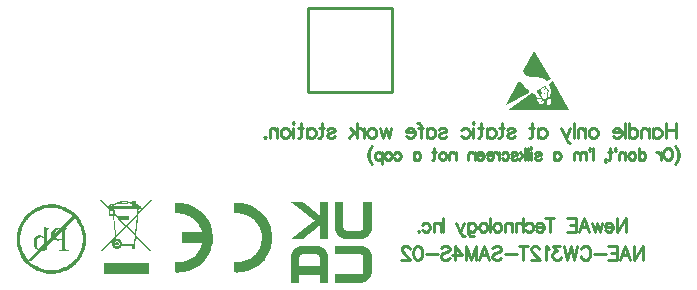
<source format=gbo>
G04*
G04 #@! TF.GenerationSoftware,Altium Limited,Altium Designer,22.7.1 (60)*
G04*
G04 Layer_Color=32896*
%FSLAX25Y25*%
%MOIN*%
G70*
G04*
G04 #@! TF.SameCoordinates,6B1A839A-61CB-4D6D-ABE2-456D9947CFF6*
G04*
G04*
G04 #@! TF.FilePolarity,Positive*
G04*
G01*
G75*
%ADD14C,0.01000*%
G36*
X409428Y238096D02*
X409140D01*
Y238024D01*
X408852D01*
Y237952D01*
X408708D01*
Y237880D01*
X408564D01*
Y237808D01*
X408348D01*
Y237736D01*
X408276D01*
Y237664D01*
X408132D01*
Y237592D01*
X407988D01*
Y237520D01*
X407916D01*
Y237448D01*
X407844D01*
Y237376D01*
X407700D01*
Y237304D01*
X407628D01*
Y237232D01*
X407556D01*
Y237160D01*
X407412D01*
Y237016D01*
X407340D01*
Y236944D01*
X407268D01*
Y236872D01*
X407196D01*
Y236800D01*
X407124D01*
Y236728D01*
X407052D01*
Y236656D01*
X406980D01*
Y236512D01*
X406908D01*
Y236440D01*
X406836D01*
Y236296D01*
X406764D01*
Y236152D01*
X406692D01*
Y236080D01*
X406620D01*
Y235936D01*
X406548D01*
Y235720D01*
X406476D01*
Y235576D01*
X406404D01*
Y235360D01*
X406332D01*
Y235000D01*
X406260D01*
Y234424D01*
X406188D01*
Y225784D01*
X409068D01*
Y228592D01*
X415764D01*
Y225784D01*
X418572D01*
Y235000D01*
X418500D01*
Y235288D01*
X418428D01*
Y235504D01*
X418356D01*
Y235720D01*
X418284D01*
Y235864D01*
X418212D01*
Y236080D01*
X418140D01*
Y236152D01*
X418068D01*
Y236296D01*
X417996D01*
Y236440D01*
X417924D01*
Y236512D01*
X417852D01*
Y236584D01*
X417780D01*
Y236728D01*
X417708D01*
Y236800D01*
X417636D01*
Y236872D01*
X417564D01*
Y236944D01*
X417492D01*
Y237016D01*
X417420D01*
Y237088D01*
X417348D01*
Y237160D01*
X417276D01*
Y237232D01*
X417204D01*
Y237304D01*
X417132D01*
Y237376D01*
X416988D01*
Y237448D01*
X416916D01*
Y237520D01*
X416844D01*
Y237592D01*
X416700D01*
Y237664D01*
X416556D01*
Y237736D01*
X416484D01*
Y237808D01*
X416268D01*
Y237880D01*
X416124D01*
Y237952D01*
X415908D01*
Y238024D01*
X415692D01*
Y238096D01*
X415404D01*
Y238168D01*
X409428D01*
Y238096D01*
D02*
G37*
G36*
X418572Y249400D02*
Y252856D01*
X415764D01*
Y248392D01*
X415620D01*
Y248464D01*
X415548D01*
Y248536D01*
X415476D01*
Y248608D01*
X415404D01*
Y248680D01*
X415332D01*
Y248752D01*
X415188D01*
Y248824D01*
X415116D01*
Y248896D01*
X415044D01*
Y248968D01*
X414972D01*
Y249040D01*
X414828D01*
Y249112D01*
X414756D01*
Y249184D01*
X414684D01*
Y249256D01*
X414540D01*
Y249328D01*
X414468D01*
Y249400D01*
X414396D01*
Y249472D01*
X414324D01*
Y249544D01*
X414252D01*
Y249616D01*
X414108D01*
Y249688D01*
X414036D01*
Y249760D01*
X413964D01*
Y249832D01*
X413892D01*
Y249904D01*
X413748D01*
Y249976D01*
X413676D01*
Y250048D01*
X413604D01*
Y250120D01*
X413460D01*
Y250192D01*
X413388D01*
Y250264D01*
X413316D01*
Y250336D01*
X413244D01*
Y250408D01*
X413172D01*
Y250480D01*
X413028D01*
Y250552D01*
X412956D01*
Y250624D01*
X412884D01*
Y250696D01*
X412812D01*
Y250768D01*
X412668D01*
Y250840D01*
X412596D01*
Y250912D01*
X412524D01*
Y250984D01*
X412380D01*
Y251056D01*
X412308D01*
Y251128D01*
X412236D01*
Y251200D01*
X412164D01*
Y251272D01*
X412092D01*
Y251344D01*
X411948D01*
Y251416D01*
X411876D01*
Y251488D01*
X411804D01*
Y251560D01*
X411732D01*
Y251632D01*
X411588D01*
Y251704D01*
X411516D01*
Y251776D01*
X411444D01*
Y251848D01*
X411300D01*
Y251920D01*
X411228D01*
Y251992D01*
X411156D01*
Y252064D01*
X411084D01*
Y252136D01*
X411012D01*
Y252208D01*
X410868D01*
Y252280D01*
X410796D01*
Y252352D01*
X410724D01*
Y252424D01*
X410652D01*
Y252496D01*
X410508D01*
Y252568D01*
X410436D01*
Y252640D01*
X410364D01*
Y252712D01*
X410220D01*
Y252784D01*
X410148D01*
Y252856D01*
X406260D01*
Y252784D01*
X406332D01*
Y252712D01*
X406404D01*
Y252640D01*
X406476D01*
Y252568D01*
X406548D01*
Y252496D01*
X406692D01*
Y252424D01*
X406764D01*
Y252352D01*
X406836D01*
Y252280D01*
X406980D01*
Y252208D01*
X407052D01*
Y252136D01*
X407124D01*
Y252064D01*
X407196D01*
Y251992D01*
X407340D01*
Y251920D01*
X407412D01*
Y251848D01*
X407484D01*
Y251776D01*
X407628D01*
Y251704D01*
X407700D01*
Y251632D01*
X407772D01*
Y251560D01*
X407844D01*
Y251488D01*
X407988D01*
Y251416D01*
X408060D01*
Y251344D01*
X408132D01*
Y251272D01*
X408204D01*
Y251200D01*
X408348D01*
Y251128D01*
X408420D01*
Y251056D01*
X408492D01*
Y250984D01*
X408636D01*
Y250912D01*
X408708D01*
Y250840D01*
X408780D01*
Y250768D01*
X408852D01*
Y250696D01*
X408996D01*
Y250624D01*
X409068D01*
Y250552D01*
X409140D01*
Y250480D01*
X409212D01*
Y250408D01*
X409356D01*
Y250336D01*
X409428D01*
Y250264D01*
X409500D01*
Y250192D01*
X409572D01*
Y250120D01*
X409716D01*
Y250048D01*
X409788D01*
Y249976D01*
X409860D01*
Y249904D01*
X410004D01*
Y249832D01*
X410076D01*
Y249760D01*
X410148D01*
Y249688D01*
X410220D01*
Y249616D01*
X410364D01*
Y249544D01*
X410436D01*
Y249472D01*
X410508D01*
Y249400D01*
X410652D01*
Y249328D01*
X410724D01*
Y249256D01*
X410796D01*
Y249184D01*
X410868D01*
Y249112D01*
X411012D01*
Y249040D01*
X411084D01*
Y248968D01*
X411156D01*
Y248896D01*
X411228D01*
Y248824D01*
X411372D01*
Y248752D01*
X411444D01*
Y248680D01*
X411516D01*
Y248608D01*
X411660D01*
Y248536D01*
X411732D01*
Y248464D01*
X411804D01*
Y248392D01*
X411876D01*
Y248320D01*
X412020D01*
Y248248D01*
X412092D01*
Y248176D01*
X412164D01*
Y248104D01*
X412236D01*
Y248032D01*
X412380D01*
Y247960D01*
X412452D01*
Y247888D01*
X412524D01*
Y247816D01*
X412596D01*
Y247744D01*
X412740D01*
Y247672D01*
X412812D01*
Y247600D01*
X412884D01*
Y247528D01*
X413028D01*
Y247456D01*
X413100D01*
Y247384D01*
X413172D01*
Y247312D01*
X413244D01*
Y247240D01*
X413388D01*
Y247168D01*
X413460D01*
Y247096D01*
X413532D01*
Y247024D01*
X413676D01*
Y246952D01*
X413748D01*
Y246880D01*
X413820D01*
Y246808D01*
X413892D01*
Y246736D01*
X414036D01*
Y246664D01*
X414108D01*
Y246592D01*
X413964D01*
Y246520D01*
X413892D01*
Y246448D01*
X413820D01*
Y246376D01*
X413748D01*
Y246304D01*
X413604D01*
Y246232D01*
X413532D01*
Y246160D01*
X413460D01*
Y246088D01*
X413388D01*
Y246016D01*
X413244D01*
Y245944D01*
X413172D01*
Y245872D01*
X413100D01*
Y245800D01*
X412956D01*
Y245728D01*
X412884D01*
Y245656D01*
X412812D01*
Y245584D01*
X412740D01*
Y245512D01*
X412596D01*
Y245440D01*
X412524D01*
Y245368D01*
X412452D01*
Y245296D01*
X412380D01*
Y245224D01*
X412236D01*
Y245152D01*
X412164D01*
Y245080D01*
X412092D01*
Y245008D01*
X411948D01*
Y244936D01*
X411876D01*
Y244864D01*
X411804D01*
Y244792D01*
X411732D01*
Y244720D01*
X411588D01*
Y244648D01*
X411516D01*
Y244576D01*
X411444D01*
Y244504D01*
X411300D01*
Y244432D01*
X411228D01*
Y244360D01*
X411156D01*
Y244288D01*
X411084D01*
Y244216D01*
X410940D01*
Y244144D01*
X410868D01*
Y244072D01*
X410796D01*
Y244000D01*
X410724D01*
Y243928D01*
X410580D01*
Y243856D01*
X410508D01*
Y243784D01*
X410436D01*
Y243712D01*
X410364D01*
Y243640D01*
X410220D01*
Y243568D01*
X410148D01*
Y243496D01*
X410076D01*
Y243424D01*
X409932D01*
Y243352D01*
X409860D01*
Y243280D01*
X409788D01*
Y243208D01*
X409716D01*
Y243136D01*
X409572D01*
Y243064D01*
X409500D01*
Y242992D01*
X409428D01*
Y242920D01*
X409356D01*
Y242848D01*
X409212D01*
Y242776D01*
X409140D01*
Y242704D01*
X409068D01*
Y242632D01*
X408924D01*
Y242560D01*
X408852D01*
Y242488D01*
X408780D01*
Y242416D01*
X408708D01*
Y242344D01*
X408564D01*
Y242272D01*
X408492D01*
Y242200D01*
X408420D01*
Y242128D01*
X408276D01*
Y242056D01*
X408204D01*
Y241984D01*
X408132D01*
Y241912D01*
X408060D01*
Y241840D01*
X407916D01*
Y241768D01*
X407844D01*
Y241696D01*
X407772D01*
Y241624D01*
X407700D01*
Y241552D01*
X407556D01*
Y241480D01*
X407484D01*
Y241408D01*
X407412D01*
Y241336D01*
X407340D01*
Y241264D01*
X407196D01*
Y241192D01*
X407124D01*
Y241120D01*
X407052D01*
Y241048D01*
X406908D01*
Y240976D01*
X406836D01*
Y240904D01*
X406764D01*
Y240832D01*
X406692D01*
Y240760D01*
X406548D01*
Y240688D01*
X406476D01*
Y240616D01*
X406404D01*
Y240544D01*
X406332D01*
Y240472D01*
X410220D01*
Y240544D01*
X410292D01*
Y240616D01*
X410436D01*
Y240688D01*
X410508D01*
Y240760D01*
X410580D01*
Y240832D01*
X410724D01*
Y240904D01*
X410796D01*
Y240976D01*
X410868D01*
Y241048D01*
X410940D01*
Y241120D01*
X411084D01*
Y241192D01*
X411156D01*
Y241264D01*
X411228D01*
Y241336D01*
X411300D01*
Y241408D01*
X411372D01*
Y241480D01*
X411516D01*
Y241552D01*
X411588D01*
Y241624D01*
X411660D01*
Y241696D01*
X411804D01*
Y241768D01*
X411876D01*
Y241840D01*
X411948D01*
Y241912D01*
X412020D01*
Y241984D01*
X412164D01*
Y242056D01*
X412236D01*
Y242128D01*
X412308D01*
Y242200D01*
X412380D01*
Y242272D01*
X412452D01*
Y242344D01*
X412596D01*
Y242416D01*
X412668D01*
Y242488D01*
X412740D01*
Y242560D01*
X412884D01*
Y242632D01*
X412956D01*
Y242704D01*
X413028D01*
Y242776D01*
X413100D01*
Y242848D01*
X413244D01*
Y242920D01*
X413316D01*
Y242992D01*
X413388D01*
Y243064D01*
X413460D01*
Y243136D01*
X413532D01*
Y243208D01*
X413676D01*
Y243280D01*
X413748D01*
Y243352D01*
X413820D01*
Y243424D01*
X413964D01*
Y243496D01*
X414036D01*
Y243568D01*
X414108D01*
Y243640D01*
X414180D01*
Y243712D01*
X414324D01*
Y243784D01*
X414396D01*
Y243856D01*
X414468D01*
Y243928D01*
X414540D01*
Y244000D01*
X414612D01*
Y244072D01*
X414756D01*
Y244144D01*
X414828D01*
Y244216D01*
X414900D01*
Y244288D01*
X415044D01*
Y244360D01*
X415116D01*
Y244432D01*
X415188D01*
Y244504D01*
X415260D01*
Y244576D01*
X415404D01*
Y244648D01*
X415476D01*
Y244720D01*
X415548D01*
Y244792D01*
X415620D01*
Y244864D01*
X415692D01*
Y244936D01*
X415764D01*
Y240472D01*
X418572D01*
Y249328D01*
Y249400D01*
D02*
G37*
G36*
X421884Y225784D02*
X429516D01*
Y225856D01*
X430020D01*
Y225928D01*
X430380D01*
Y226000D01*
X430596D01*
Y226072D01*
X430740D01*
Y226144D01*
X430956D01*
Y226216D01*
X431100D01*
Y226288D01*
X431244D01*
Y226360D01*
X431388D01*
Y226432D01*
X431460D01*
Y226504D01*
X431532D01*
Y226576D01*
X431676D01*
Y226648D01*
X431748D01*
Y226720D01*
X431820D01*
Y226792D01*
X431964D01*
Y226864D01*
X432036D01*
Y227008D01*
X432180D01*
Y227080D01*
X432252D01*
Y227224D01*
X432324D01*
Y227296D01*
X432396D01*
Y227368D01*
X432468D01*
Y227512D01*
X432540D01*
Y227584D01*
X432612D01*
Y227656D01*
X432684D01*
Y227800D01*
X432756D01*
Y227944D01*
X432828D01*
Y228088D01*
X432900D01*
Y228304D01*
X432972D01*
Y228448D01*
X433044D01*
Y228664D01*
X433116D01*
Y229024D01*
X433188D01*
Y229528D01*
X433260D01*
Y234424D01*
X433188D01*
Y235000D01*
X433116D01*
Y235360D01*
X433044D01*
Y235576D01*
X432972D01*
Y235720D01*
X432900D01*
Y235936D01*
X432828D01*
Y236080D01*
X432756D01*
Y236152D01*
X432684D01*
Y236296D01*
X432612D01*
Y236440D01*
X432540D01*
Y236512D01*
X432468D01*
Y236656D01*
X432396D01*
Y236728D01*
X432324D01*
Y236800D01*
X432252D01*
Y236872D01*
X432180D01*
Y236944D01*
X432108D01*
Y237016D01*
X432036D01*
Y237160D01*
X431892D01*
Y237232D01*
X431820D01*
Y237304D01*
X431748D01*
Y237376D01*
X431604D01*
Y237448D01*
X431532D01*
Y237520D01*
X431460D01*
Y237592D01*
X431316D01*
Y237664D01*
X431172D01*
Y237736D01*
X431100D01*
Y237808D01*
X430884D01*
Y237880D01*
X430740D01*
Y237952D01*
X430596D01*
Y238024D01*
X430308D01*
Y238096D01*
X430020D01*
Y238168D01*
X420876D01*
Y235360D01*
X429660D01*
Y235288D01*
X429804D01*
Y235216D01*
X429948D01*
Y235144D01*
X430020D01*
Y235072D01*
X430092D01*
Y235000D01*
X430164D01*
Y234928D01*
X430236D01*
Y234784D01*
X430308D01*
Y234640D01*
X430380D01*
Y229384D01*
X430308D01*
Y229240D01*
X430236D01*
Y229096D01*
X430164D01*
Y229024D01*
X430092D01*
Y228952D01*
X430020D01*
Y228880D01*
X429948D01*
Y228808D01*
X429804D01*
Y228736D01*
X429660D01*
Y228664D01*
X420876D01*
Y225784D01*
X421812D01*
X421884D01*
D02*
G37*
G36*
X423684Y247168D02*
Y252856D01*
X420876D01*
Y243640D01*
X420948D01*
Y243352D01*
X421020D01*
Y243136D01*
X421092D01*
Y242920D01*
X421164D01*
Y242776D01*
X421236D01*
Y242560D01*
X421308D01*
Y242488D01*
X421380D01*
Y242344D01*
X421452D01*
Y242200D01*
X421524D01*
Y242128D01*
X421596D01*
Y242056D01*
X421668D01*
Y241912D01*
X421740D01*
Y241840D01*
X421812D01*
Y241768D01*
X421884D01*
Y241696D01*
X421956D01*
Y241624D01*
X422028D01*
Y241552D01*
X422100D01*
Y241480D01*
X422172D01*
Y241408D01*
X422244D01*
Y241336D01*
X422316D01*
Y241264D01*
X422460D01*
Y241192D01*
X422532D01*
Y241120D01*
X422604D01*
Y241048D01*
X422748D01*
Y240976D01*
X422892D01*
Y240904D01*
X422964D01*
Y240832D01*
X423180D01*
Y240760D01*
X423324D01*
Y240688D01*
X423540D01*
Y240616D01*
X423756D01*
Y240544D01*
X424044D01*
Y240472D01*
X430020D01*
Y240544D01*
X430308D01*
Y240616D01*
X430596D01*
Y240688D01*
X430740D01*
Y240760D01*
X430884D01*
Y240832D01*
X431100D01*
Y240904D01*
X431172D01*
Y240976D01*
X431316D01*
Y241048D01*
X431460D01*
Y241120D01*
X431532D01*
Y241192D01*
X431604D01*
Y241264D01*
X431748D01*
Y241336D01*
X431820D01*
Y241408D01*
X431892D01*
Y241480D01*
X432036D01*
Y241624D01*
X432108D01*
Y241696D01*
X432180D01*
Y241768D01*
X432252D01*
Y241840D01*
X432324D01*
Y241912D01*
X432396D01*
Y241984D01*
X432468D01*
Y242128D01*
X432540D01*
Y242200D01*
X432612D01*
Y242344D01*
X432684D01*
Y242488D01*
X432756D01*
Y242560D01*
X432828D01*
Y242704D01*
X432900D01*
Y242920D01*
X432972D01*
Y243064D01*
X433044D01*
Y243280D01*
X433116D01*
Y243640D01*
X433188D01*
Y244216D01*
X433260D01*
Y252856D01*
X430380D01*
Y244000D01*
X430308D01*
Y243856D01*
X430236D01*
Y243712D01*
X430164D01*
Y243640D01*
X430092D01*
Y243568D01*
X430020D01*
Y243496D01*
X429948D01*
Y243424D01*
X429804D01*
Y243352D01*
X429660D01*
Y243280D01*
X424476D01*
Y243352D01*
X424260D01*
Y243424D01*
X424116D01*
Y243496D01*
X424044D01*
Y243568D01*
X423972D01*
Y243640D01*
X423900D01*
Y243712D01*
X423828D01*
Y243856D01*
X423756D01*
Y244072D01*
X423684D01*
Y247096D01*
Y247168D01*
D02*
G37*
G36*
X492923Y293860D02*
X491618Y293018D01*
X491433Y293221D01*
X491239Y293397D01*
X491045Y293554D01*
X490851Y293693D01*
X490657Y293813D01*
X490462Y293915D01*
X490277Y293998D01*
X490092Y294072D01*
X489926Y294137D01*
X489778Y294183D01*
X489639Y294220D01*
X489528Y294248D01*
X489426Y294267D01*
X489352Y294276D01*
X489315Y294285D01*
X489297D01*
X489056Y294313D01*
X488843Y294331D01*
X488668Y294350D01*
X488511Y294368D01*
X488381Y294377D01*
X488270Y294387D01*
X488177Y294396D01*
X488103Y294405D01*
X488048Y294414D01*
X488011D01*
X487974Y294424D01*
X487937D01*
X487622Y294433D01*
X487326Y294451D01*
X487049Y294479D01*
X486781Y294498D01*
X486531Y294535D01*
X486300Y294563D01*
X486087Y294600D01*
X485884Y294637D01*
X485689Y294683D01*
X485513Y294729D01*
X485356Y294775D01*
X485208Y294822D01*
X485070Y294868D01*
X484940Y294914D01*
X484820Y294970D01*
X484718Y295016D01*
X484625Y295071D01*
X484533Y295117D01*
X484394Y295210D01*
X484283Y295293D01*
X484200Y295376D01*
X484144Y295441D01*
X484107Y295487D01*
X484089Y295525D01*
X484080Y295534D01*
X484006Y295709D01*
X483941Y295867D01*
X483885Y296006D01*
X483839Y296126D01*
X483802Y296218D01*
X483765Y296302D01*
X483738Y296366D01*
X483719Y296422D01*
X483701Y296468D01*
X483682Y296496D01*
X483673Y296533D01*
X483664Y296551D01*
X487197Y303008D01*
X492923Y293860D01*
D02*
G37*
G36*
X487615Y287748D02*
X487567Y287708D01*
X487648D01*
X487686Y287661D01*
X487536Y287683D01*
X487511Y287662D01*
X487492Y287647D01*
X487486Y287690D01*
X487399Y287703D01*
X487391Y287755D01*
X487502Y287764D01*
X487585Y287773D01*
X487594Y287774D01*
X487615Y287748D01*
D02*
G37*
G36*
X499000Y283435D02*
X478594Y283388D01*
X486476Y289059D01*
X486605Y289068D01*
X486734Y289050D01*
X486864Y289022D01*
X486994Y288966D01*
X487114Y288911D01*
X487225Y288837D01*
X487437Y288680D01*
X487530Y288596D01*
X487613Y288513D01*
X487687Y288430D01*
X487752Y288365D01*
X487808Y288300D01*
X487845Y288254D01*
X487863Y288226D01*
X487872Y288217D01*
X487992Y288051D01*
X488094Y287902D01*
X488187Y287782D01*
X488270Y287671D01*
X488335Y287579D01*
X488390Y287505D01*
X488437Y287440D01*
X488474Y287394D01*
X488501Y287357D01*
X488520Y287320D01*
X488548Y287292D01*
X488557Y287274D01*
X488705Y287385D01*
X488843Y287468D01*
X488973Y287523D01*
X489093Y287551D01*
X489204Y287569D01*
X489297D01*
X489380Y287551D01*
X489463Y287523D01*
X489528Y287486D01*
X489583Y287449D01*
X489630Y287412D01*
X489676Y287366D01*
X489704Y287329D01*
X489722Y287301D01*
X489741Y287283D01*
Y287274D01*
X489795Y287172D01*
X489833Y287153D01*
X489870Y287125D01*
X489889Y287116D01*
X489898Y287107D01*
X490009Y287015D01*
X490111Y286931D01*
X490120Y286923D01*
Y286876D01*
X490111Y286811D01*
X490101Y286737D01*
Y286672D01*
X490092Y286626D01*
Y286617D01*
Y286608D01*
X490083Y286617D01*
X490074Y286645D01*
X490046Y286691D01*
X490028Y286728D01*
X490009Y286774D01*
X489981Y286820D01*
X489944Y286885D01*
X489907Y286968D01*
X489861Y287052D01*
X489806Y287153D01*
X489795Y287172D01*
X489778Y287181D01*
X489713Y287209D01*
X489630Y287236D01*
X489537Y287264D01*
X489435Y287283D01*
X489315Y287292D01*
X489186D01*
X489038Y287274D01*
X488880Y287236D01*
X488714Y287172D01*
X488529Y287098D01*
X488335Y286987D01*
X488271Y286943D01*
X487686Y287661D01*
X487743Y287653D01*
Y287708D01*
X487648D01*
X487615Y287748D01*
X487622Y287755D01*
X487665Y287788D01*
X487641Y287782D01*
X487594Y287774D01*
X486947Y288568D01*
Y288559D01*
X486938Y288522D01*
Y288494D01*
X486929Y288467D01*
X486919Y288421D01*
X486910Y288365D01*
X486901Y288291D01*
X486882Y288217D01*
X486864Y288115D01*
X486845Y288004D01*
X486827Y287875D01*
X486799Y287727D01*
Y287718D01*
Y287690D01*
Y287653D01*
Y287597D01*
X486818Y287532D01*
X486845Y287458D01*
X486882Y287375D01*
X486947Y287292D01*
X487021Y287209D01*
X487123Y287125D01*
X487253Y287042D01*
X487419Y286968D01*
X487544Y286925D01*
X487548Y286950D01*
X487552Y286976D01*
X486919Y287773D01*
X487399Y287703D01*
X487419Y287579D01*
X487428Y287588D01*
X487465Y287625D01*
X487492Y287647D01*
X487570Y287097D01*
X487567Y287079D01*
X487552Y286976D01*
X487595Y286922D01*
X487570Y287097D01*
X487585Y287190D01*
X487604Y287292D01*
X487613Y287366D01*
X487622Y287440D01*
X487632Y287495D01*
X487641Y287542D01*
X487650Y287569D01*
Y287597D01*
X487660Y287634D01*
Y287644D01*
X488244Y286925D01*
X488131Y286848D01*
Y286839D01*
X488159D01*
X488185Y286844D01*
X488141Y286820D01*
X488146Y286796D01*
X488196Y286790D01*
X488209Y286698D01*
X488242Y286654D01*
X488307Y286755D01*
X488322Y286779D01*
X488366Y286776D01*
X488353Y286792D01*
X488394D01*
X488358Y286837D01*
X488353Y286829D01*
X488340Y286808D01*
X488353Y286792D01*
X488330D01*
X488340Y286808D01*
X488297Y286861D01*
X488334Y286866D01*
X488300Y286907D01*
X488363Y286942D01*
Y286941D01*
X488353Y286894D01*
X488367Y286873D01*
X488381Y286876D01*
X488374Y286865D01*
X488372Y286866D01*
X488367Y286873D01*
X488335Y286866D01*
X488334Y286866D01*
X488358Y286837D01*
X488374Y286865D01*
X488409Y286839D01*
X488455Y286820D01*
X488501Y286802D01*
X488548D01*
X488585Y286792D01*
X488394D01*
X488409Y286774D01*
X488366Y286776D01*
X489121Y285849D01*
X488964Y285858D01*
X488816Y285877D01*
X488677Y285905D01*
X488548Y285923D01*
X488512Y285932D01*
X488427Y286034D01*
X488363Y286145D01*
X488316Y286238D01*
X488307Y286275D01*
X488298Y286302D01*
X488288Y286312D01*
Y286321D01*
X488261Y286413D01*
X488240Y286474D01*
X488307Y285997D01*
X487641Y286857D01*
X487974Y286728D01*
X488107Y286801D01*
X488134Y286798D01*
X488153Y286773D01*
X488150Y286783D01*
X488146Y286796D01*
X488134Y286798D01*
X488125Y286811D01*
X488141Y286820D01*
X488140Y286820D01*
X488131Y286839D01*
X488103D01*
X488125Y286811D01*
X488107Y286801D01*
X488103Y286802D01*
X487965Y286820D01*
X487835Y286848D01*
X487715Y286876D01*
X487604Y286904D01*
X487544Y286925D01*
X487521Y286802D01*
Y286792D01*
Y286765D01*
Y286728D01*
Y286672D01*
X487539Y286608D01*
X487567Y286533D01*
X487604Y286450D01*
X487669Y286367D01*
X487743Y286284D01*
X487845Y286200D01*
X487974Y286126D01*
X488131Y286052D01*
X488326Y285979D01*
X488437Y285951D01*
X488512Y285932D01*
X488520Y285923D01*
X488631Y285803D01*
X488769Y285692D01*
X488945Y285609D01*
X488954D01*
X488964Y285599D01*
X488991D01*
X489029Y285590D01*
X489130Y285562D01*
X489260Y285544D01*
X489408Y285516D01*
X489574Y285507D01*
X489741Y285497D01*
X489917Y285507D01*
X490083Y285535D01*
X490240Y285581D01*
X490379Y285664D01*
X490490Y285766D01*
X490536Y285830D01*
X490573Y285905D01*
X490592Y285988D01*
X490610Y286080D01*
Y286182D01*
X490601Y286302D01*
X490583Y286422D01*
X490546Y286561D01*
X490536Y286571D01*
X490509Y286589D01*
X490462Y286626D01*
X490435Y286663D01*
X490388Y286691D01*
X490333Y286737D01*
X490268Y286792D01*
X490194Y286857D01*
X490120Y286923D01*
Y286941D01*
X490129Y286987D01*
Y287005D01*
Y287079D01*
X490111Y287153D01*
X490083Y287236D01*
X490055Y287311D01*
X489963Y287458D01*
X489852Y287597D01*
X489741Y287708D01*
X489648Y287801D01*
X489611Y287838D01*
X489583Y287865D01*
X489565Y287875D01*
X489556Y287884D01*
X489389Y288032D01*
X489241Y288171D01*
X489103Y288300D01*
X488973Y288430D01*
X488862Y288559D01*
X488760Y288670D01*
X488668Y288781D01*
X488594Y288883D01*
X488520Y288976D01*
X488464Y289059D01*
X488418Y289124D01*
X488381Y289188D01*
X488353Y289234D01*
X488335Y289271D01*
X488316Y289290D01*
Y289299D01*
X488261Y289410D01*
X488205Y289512D01*
X488168Y289595D01*
X488131Y289669D01*
X488094Y289734D01*
X488076Y289780D01*
X488048Y289826D01*
X488029Y289854D01*
X488011Y289900D01*
X488002Y289928D01*
X487992Y289937D01*
X488233Y290039D01*
X488455Y290132D01*
X488668Y290233D01*
X488871Y290326D01*
X489056Y290419D01*
X489232Y290511D01*
X489389Y290594D01*
X489537Y290677D01*
X489667Y290752D01*
X489778Y290816D01*
X489870Y290881D01*
X489954Y290927D01*
X490018Y290973D01*
X490064Y291001D01*
X490092Y291020D01*
X490101Y291029D01*
X490240Y291131D01*
X490370Y291214D01*
X490472Y291297D01*
X490564Y291362D01*
X490647Y291418D01*
X490712Y291464D01*
X490758Y291501D01*
X490804Y291529D01*
X490841Y291556D01*
X490860Y291575D01*
X490897Y291593D01*
X490906Y291602D01*
X491082Y291343D01*
X491249Y291112D01*
X491406Y290909D01*
X491544Y290733D01*
X491655Y290594D01*
X491702Y290529D01*
X491748Y290483D01*
X491776Y290446D01*
X491804Y290419D01*
X491813Y290409D01*
X491822Y290400D01*
X491896Y290317D01*
X491961Y290243D01*
X492026Y290178D01*
X492072Y290123D01*
X492146Y290039D01*
X492201Y289984D01*
X492229Y289947D01*
X492247Y289928D01*
X492257Y289919D01*
X492173Y289734D01*
X492109Y289567D01*
X492044Y289401D01*
X492007Y289244D01*
X491970Y289105D01*
X491942Y288976D01*
X491924Y288846D01*
X491915Y288744D01*
X491905Y288643D01*
Y288559D01*
X491915Y288485D01*
Y288421D01*
X491924Y288374D01*
Y288337D01*
X491933Y288319D01*
Y288310D01*
X491961Y288198D01*
X491989Y288106D01*
X492007Y288023D01*
X492026Y287958D01*
X492035Y287893D01*
X492053Y287847D01*
X492072Y287773D01*
X492081Y287736D01*
X492090Y287708D01*
Y287699D01*
X491961Y287560D01*
X491859Y287421D01*
X491831Y287412D01*
X491794Y287394D01*
X491757Y287357D01*
X491711Y287311D01*
X491655Y287236D01*
X491609Y287144D01*
X491554Y287015D01*
X491498Y286866D01*
X491480Y286774D01*
X491452Y286672D01*
X491424Y286561D01*
X491406Y286441D01*
X491378Y286312D01*
X491360Y286173D01*
X491341Y286025D01*
X491327Y285895D01*
X491406D01*
X491424Y285905D01*
X491443Y285932D01*
X491470Y285979D01*
X491480Y286016D01*
X491498Y286052D01*
X491507Y286108D01*
X491526Y286173D01*
X491544Y286247D01*
X491554Y286339D01*
X491572Y286441D01*
X491581Y286552D01*
Y286561D01*
Y286571D01*
X491591Y286598D01*
X491600Y286645D01*
X491609Y286709D01*
X491628Y286802D01*
X491646Y286931D01*
Y286950D01*
X491665Y286996D01*
X491683Y287070D01*
X491720Y287172D01*
X491776Y287292D01*
X491859Y287421D01*
X491905D01*
X491989Y287394D01*
X492053Y287375D01*
X492118Y287357D01*
X492164Y287338D01*
X492247Y287311D01*
X492303Y287292D01*
X492331Y287283D01*
X492349Y287274D01*
X492358D01*
X492442Y287551D01*
X492525Y287819D01*
X492590Y288060D01*
X492645Y288273D01*
X492701Y288476D01*
X492738Y288661D01*
X492775Y288818D01*
X492802Y288966D01*
X492821Y289096D01*
X492839Y289197D01*
X492849Y289290D01*
X492858Y289364D01*
X492867Y289420D01*
Y289466D01*
Y289484D01*
Y289493D01*
Y289614D01*
Y289716D01*
Y289808D01*
X492876Y289882D01*
Y289947D01*
Y290002D01*
Y290049D01*
Y290086D01*
Y290132D01*
Y290160D01*
Y290169D01*
X492858Y290252D01*
X492830Y290345D01*
X492775Y290539D01*
X492701Y290752D01*
X492627Y290955D01*
X492562Y291140D01*
X492534Y291223D01*
X492507Y291297D01*
X492479Y291353D01*
X492470Y291399D01*
X492451Y291427D01*
Y291436D01*
X492395Y291593D01*
X492340Y291723D01*
X492294Y291843D01*
X492257Y291935D01*
X492229Y292019D01*
X492201Y292093D01*
X492173Y292148D01*
X492155Y292195D01*
X492146Y292231D01*
X492136Y292259D01*
X492127Y292296D01*
X492118Y292305D01*
X493478Y293082D01*
X499000Y283435D01*
D02*
G37*
G36*
X488437Y286913D02*
X488418Y286894D01*
X488381Y286876D01*
X488409Y286904D01*
X488427Y286913D01*
Y286922D01*
X488437Y286913D01*
D02*
G37*
G36*
X488300Y286907D02*
X488272Y286892D01*
X488297Y286861D01*
X488270Y286857D01*
X488205Y286848D01*
X488185Y286844D01*
X488272Y286892D01*
X488244Y286925D01*
X488271Y286943D01*
X488300Y286907D01*
D02*
G37*
G36*
X488322Y286779D02*
X488251Y286783D01*
X488196Y286790D01*
X488196Y286792D01*
X488330D01*
X488322Y286779D01*
D02*
G37*
G36*
X489214Y286550D02*
X489186Y286543D01*
X489181Y286541D01*
X489177Y286543D01*
X489140D01*
X489130Y286552D01*
X489123Y286554D01*
X489130Y286561D01*
X489195D01*
X489214Y286550D01*
D02*
G37*
G36*
X489315Y286533D02*
X489371Y286515D01*
X489417Y286478D01*
X489450Y286450D01*
X489472Y286441D01*
X489583Y286404D01*
X489676Y286367D01*
X489704Y286349D01*
X489732Y286339D01*
X489750Y286330D01*
X489759D01*
X489750Y286339D01*
X489769Y286349D01*
X489861D01*
X489843Y286339D01*
X489833Y286330D01*
X489824D01*
X489778Y286284D01*
X489774Y286277D01*
X489759Y286284D01*
X489732Y286293D01*
X489694Y286312D01*
X489593Y286349D01*
X489529Y286375D01*
X489519Y286385D01*
X489482Y286422D01*
X489472Y286432D01*
X489450Y286450D01*
X489361Y286487D01*
X489269Y286512D01*
X489241Y286533D01*
X489214Y286550D01*
X489223Y286552D01*
X489269D01*
X489315Y286533D01*
D02*
G37*
G36*
X489775Y286276D02*
X489772Y286274D01*
X489750Y286238D01*
X489724Y286179D01*
X489722Y286182D01*
Y286191D01*
Y286200D01*
X489741Y286238D01*
X489759Y286265D01*
X489772Y286274D01*
X489774Y286277D01*
X489775Y286276D01*
D02*
G37*
G36*
X489732Y286163D02*
Y286145D01*
X489713Y286126D01*
X489704D01*
X489713Y286154D01*
X489724Y286179D01*
X489732Y286163D01*
D02*
G37*
G36*
X489084Y286571D02*
X489103Y286561D01*
X489123Y286554D01*
X489121Y286552D01*
Y286543D01*
X489140D01*
X489158Y286533D01*
X489160Y286533D01*
X489181Y286541D01*
X489260Y286515D01*
X489269Y286512D01*
X489278Y286506D01*
X489315Y286469D01*
X489371Y286450D01*
X489482Y286395D01*
X489529Y286375D01*
X489556Y286349D01*
X489602Y286302D01*
X489648Y286275D01*
X489676Y286256D01*
Y286312D01*
X489685Y286284D01*
Y286265D01*
X489676Y286256D01*
Y286126D01*
X489704D01*
X489694Y286099D01*
Y286089D01*
Y286080D01*
Y286062D01*
X489699Y286043D01*
X489657Y286099D01*
X489602Y286173D01*
X489565Y286219D01*
X489546Y286238D01*
X489482Y286312D01*
X489417Y286376D01*
X489361Y286432D01*
X489315Y286469D01*
X489260Y286487D01*
X489223Y286506D01*
X489186Y286524D01*
X489160Y286533D01*
X489112Y286515D01*
X489047Y286469D01*
X489001Y286422D01*
X488975Y286397D01*
X489075Y286580D01*
X489084Y286571D01*
D02*
G37*
G36*
X481887Y292953D02*
X481934Y292944D01*
X482008Y292916D01*
X482091Y292898D01*
X482174Y292870D01*
X482239Y292842D01*
X482295Y292833D01*
X482304Y292824D01*
X482313D01*
X482479Y292777D01*
X482646Y292731D01*
X482794Y292685D01*
X482933Y292648D01*
X483053Y292620D01*
X483136Y292601D01*
X483173Y292592D01*
X483201D01*
X483210Y292583D01*
X483219D01*
X483229Y292574D01*
X483238Y292546D01*
X483266Y292500D01*
X483303Y292435D01*
X483340Y292370D01*
X483386Y292287D01*
X483478Y292121D01*
X483580Y291945D01*
X483627Y291862D01*
X483664Y291797D01*
X483701Y291732D01*
X483728Y291686D01*
X483738Y291658D01*
X483747Y291649D01*
X483848Y291482D01*
X483969Y291316D01*
X484098Y291159D01*
X484237Y291020D01*
X484385Y290881D01*
X484533Y290752D01*
X484681Y290640D01*
X484820Y290529D01*
X484959Y290437D01*
X485088Y290354D01*
X485208Y290280D01*
X485310Y290215D01*
X485393Y290169D01*
X485458Y290132D01*
X485495Y290113D01*
X485513Y290104D01*
X485597Y289234D01*
X477836Y285044D01*
X481869Y292962D01*
X481878D01*
X481887Y292953D01*
D02*
G37*
G36*
X389273Y252488D02*
X390127Y252384D01*
X390939Y252217D01*
X391710Y251988D01*
X392439Y251738D01*
X393105Y251446D01*
X393751Y251134D01*
X394313Y250821D01*
X394834Y250509D01*
X395292Y250197D01*
X395688Y249905D01*
X396022Y249655D01*
X396271Y249426D01*
X396459Y249259D01*
X396584Y249155D01*
X396625Y249113D01*
X397230Y248468D01*
X397750Y247780D01*
X398209Y247093D01*
X398584Y246405D01*
X398917Y245697D01*
X399188Y245031D01*
X399417Y244364D01*
X399604Y243739D01*
X399729Y243156D01*
X399833Y242614D01*
X399917Y242135D01*
X399958Y241719D01*
X399979Y241531D01*
X400000Y241365D01*
Y241240D01*
X400021Y241115D01*
Y241031D01*
Y240969D01*
Y240927D01*
Y240906D01*
X399979Y240031D01*
X399875Y239177D01*
X399708Y238365D01*
X399479Y237594D01*
X399229Y236865D01*
X398938Y236199D01*
X398646Y235574D01*
X398313Y234991D01*
X398000Y234491D01*
X397709Y234032D01*
X397417Y233637D01*
X397146Y233303D01*
X396938Y233053D01*
X396771Y232845D01*
X396667Y232741D01*
X396625Y232699D01*
X395980Y232095D01*
X395292Y231575D01*
X394605Y231116D01*
X393897Y230741D01*
X393209Y230408D01*
X392522Y230137D01*
X391856Y229908D01*
X391231Y229721D01*
X390647Y229596D01*
X390106Y229491D01*
X389627Y229408D01*
X389210Y229366D01*
X389023Y229346D01*
X388856Y229325D01*
X388731D01*
X388606Y229304D01*
X387960D01*
X387773Y229325D01*
X387439D01*
X387335Y229346D01*
X387231D01*
Y232866D01*
X387627Y232824D01*
X387835Y232803D01*
X388002D01*
X388169Y232783D01*
X388398D01*
X389023Y232803D01*
X389606Y232887D01*
X390168Y233012D01*
X390710Y233157D01*
X391210Y233324D01*
X391689Y233533D01*
X392126Y233741D01*
X392522Y233970D01*
X392897Y234199D01*
X393209Y234407D01*
X393480Y234616D01*
X393709Y234782D01*
X393897Y234949D01*
X394043Y235053D01*
X394126Y235136D01*
X394147Y235157D01*
X394563Y235615D01*
X394938Y236095D01*
X395251Y236574D01*
X395521Y237074D01*
X395751Y237553D01*
X395938Y238032D01*
X396105Y238490D01*
X396230Y238928D01*
X396313Y239344D01*
X396396Y239719D01*
X396438Y240052D01*
X396480Y240344D01*
X396501Y240573D01*
X396521Y240760D01*
Y240865D01*
Y240906D01*
X396501Y241531D01*
X396417Y242114D01*
X396292Y242698D01*
X396146Y243239D01*
X395980Y243739D01*
X395772Y244218D01*
X395563Y244656D01*
X395334Y245052D01*
X395105Y245406D01*
X394897Y245718D01*
X394688Y246010D01*
X394522Y246239D01*
X394355Y246405D01*
X394251Y246551D01*
X394168Y246635D01*
X394147Y246655D01*
X393689Y247072D01*
X393209Y247447D01*
X392730Y247759D01*
X392230Y248051D01*
X391751Y248280D01*
X391272Y248468D01*
X390814Y248634D01*
X390376Y248759D01*
X389960Y248843D01*
X389585Y248926D01*
X389252Y248988D01*
X388960Y249009D01*
X388731Y249030D01*
X388544Y249051D01*
X388398D01*
X387960Y249030D01*
X387773D01*
X387585Y249009D01*
X387439Y248988D01*
X387335D01*
X387252Y248968D01*
X387231D01*
Y252467D01*
X387627Y252509D01*
X387814D01*
X388002Y252529D01*
X388398D01*
X389273Y252488D01*
D02*
G37*
G36*
X369526Y252488D02*
X370380Y252384D01*
X371192Y252217D01*
X371963Y251988D01*
X372692Y251738D01*
X373358Y251446D01*
X373983Y251134D01*
X374567Y250821D01*
X375066Y250509D01*
X375525Y250197D01*
X375921Y249905D01*
X376254Y249655D01*
X376504Y249426D01*
X376712Y249259D01*
X376816Y249155D01*
X376858Y249113D01*
X377462Y248468D01*
X377983Y247780D01*
X378441Y247093D01*
X378816Y246405D01*
X379149Y245697D01*
X379420Y245031D01*
X379649Y244364D01*
X379837Y243739D01*
X379961Y243156D01*
X380066Y242614D01*
X380149Y242135D01*
X380191Y241719D01*
X380211Y241531D01*
X380232Y241365D01*
Y241240D01*
X380253Y241115D01*
Y241031D01*
Y240969D01*
Y240927D01*
Y240906D01*
X380211Y240031D01*
X380107Y239177D01*
X379941Y238365D01*
X379712Y237594D01*
X379462Y236865D01*
X379170Y236199D01*
X378878Y235574D01*
X378545Y234991D01*
X378233Y234491D01*
X377941Y234032D01*
X377649Y233637D01*
X377379Y233303D01*
X377170Y233053D01*
X377004Y232845D01*
X376900Y232741D01*
X376858Y232699D01*
X376212Y232095D01*
X375525Y231575D01*
X374837Y231116D01*
X374150Y230741D01*
X373442Y230408D01*
X372775Y230137D01*
X372109Y229908D01*
X371484Y229721D01*
X370901Y229596D01*
X370359Y229491D01*
X369880Y229408D01*
X369463Y229366D01*
X369276Y229346D01*
X369109Y229325D01*
X368984D01*
X368859Y229304D01*
X368213D01*
X368026Y229325D01*
X367693D01*
X367588Y229346D01*
X367484D01*
X367505Y232866D01*
X367901Y232824D01*
X368088Y232803D01*
X368276D01*
X368422Y232783D01*
X368651D01*
X369172Y232803D01*
X369692Y232866D01*
X370192Y232949D01*
X370651Y233053D01*
X371109Y233199D01*
X371525Y233345D01*
X371921Y233512D01*
X372275Y233678D01*
X372609Y233845D01*
X372900Y234012D01*
X373150Y234157D01*
X373358Y234303D01*
X373525Y234407D01*
X373650Y234491D01*
X373733Y234553D01*
X373754Y234574D01*
X374150Y234928D01*
X374525Y235282D01*
X374837Y235657D01*
X375129Y236053D01*
X375400Y236428D01*
X375629Y236824D01*
X375837Y237199D01*
X376004Y237553D01*
X376150Y237886D01*
X376275Y238198D01*
X376379Y238469D01*
X376462Y238719D01*
X376525Y238907D01*
X376566Y239052D01*
X376587Y239136D01*
Y239177D01*
X369796Y239177D01*
Y242656D01*
X376587Y242656D01*
X376462Y243177D01*
X376295Y243656D01*
X376108Y244135D01*
X375900Y244572D01*
X375671Y244968D01*
X375441Y245343D01*
X375191Y245697D01*
X374962Y246010D01*
X374733Y246301D01*
X374504Y246551D01*
X374317Y246760D01*
X374129Y246926D01*
X373983Y247072D01*
X373879Y247176D01*
X373796Y247239D01*
X373775Y247259D01*
X373338Y247572D01*
X372900Y247843D01*
X372463Y248093D01*
X372025Y248301D01*
X371588Y248468D01*
X371171Y248613D01*
X370755Y248738D01*
X370359Y248822D01*
X370005Y248905D01*
X369672Y248947D01*
X369380Y248988D01*
X369130Y249030D01*
X368922D01*
X368776Y249051D01*
X368651D01*
X368213Y249030D01*
X368026D01*
X367839Y249009D01*
X367693Y248988D01*
X367588D01*
X367505Y248968D01*
X367484D01*
Y252467D01*
X367734Y252488D01*
X367943Y252509D01*
X368151D01*
X368318Y252529D01*
X368651D01*
X369526Y252488D01*
D02*
G37*
G36*
X360000Y253623D02*
X355295Y248723D01*
X355156Y247405D01*
X354864Y244199D01*
X354628Y241895D01*
X359667Y236717D01*
X359320Y236384D01*
X354587Y241242D01*
X354309Y238258D01*
X354156D01*
Y237120D01*
X353102D01*
Y238258D01*
X349840D01*
X349715Y238036D01*
X349562Y237814D01*
X349326Y237564D01*
X349021Y237356D01*
X348674Y237245D01*
X348341Y237203D01*
X347994Y237217D01*
X347744Y237286D01*
X347452Y237411D01*
X347203Y237564D01*
X347008Y237758D01*
X346814Y238036D01*
X346675Y238341D01*
X346592Y238633D01*
X346564Y238869D01*
X346592Y239160D01*
X346634Y239382D01*
X346717Y239590D01*
X346842Y239826D01*
X346981Y240021D01*
X347175Y240201D01*
X347383Y240340D01*
X347577Y240437D01*
X347550Y240687D01*
X343400Y236384D01*
X343053Y236731D01*
X347508Y241339D01*
X347147Y245364D01*
X346897Y248279D01*
X345565D01*
Y250153D01*
X345912D01*
X342539Y253623D01*
X342886Y253956D01*
X346064Y250680D01*
Y250917D01*
X345995Y250972D01*
X345912Y251027D01*
X345829Y251111D01*
X345745Y251208D01*
X345704Y251333D01*
X345662Y251444D01*
X345648Y251583D01*
X345676Y251763D01*
X345718Y251860D01*
X345842Y252055D01*
X345981Y252180D01*
X346162Y252263D01*
X346356Y252291D01*
X346550Y252263D01*
X346717Y252193D01*
X346856Y252110D01*
X346925Y252027D01*
X347050Y252138D01*
X347258Y252277D01*
X347508Y252402D01*
X347869Y252540D01*
X348257Y252652D01*
X348646Y252735D01*
X349063Y252804D01*
X349396Y252846D01*
Y253262D01*
X352061D01*
Y252901D01*
X352269D01*
X352616Y252860D01*
X352977Y252818D01*
X353324Y252763D01*
Y252985D01*
X354476D01*
Y252443D01*
X354615Y252374D01*
X354795Y252291D01*
X355003Y252166D01*
X355170Y252055D01*
X355322Y251916D01*
X355434Y251819D01*
X355503Y251722D01*
X355558Y251610D01*
X355531Y251416D01*
X356197D01*
Y250570D01*
X355461D01*
X355350Y249473D01*
X359653Y253956D01*
X360000Y253623D01*
D02*
G37*
G36*
X358987Y232539D02*
Y232470D01*
Y232373D01*
Y232276D01*
Y232165D01*
Y232067D01*
Y231998D01*
Y231984D01*
Y231970D01*
Y231512D01*
Y231290D01*
Y231082D01*
Y230915D01*
Y230777D01*
Y230721D01*
Y230679D01*
Y230666D01*
Y230652D01*
Y230388D01*
Y230152D01*
Y229930D01*
Y229736D01*
Y229569D01*
Y229458D01*
Y229375D01*
Y229361D01*
Y229347D01*
Y229153D01*
Y229014D01*
Y228903D01*
Y228833D01*
Y228792D01*
Y228778D01*
Y228764D01*
X343816D01*
Y228792D01*
Y228861D01*
Y228944D01*
Y229056D01*
Y229167D01*
Y229250D01*
Y229319D01*
Y229347D01*
Y229805D01*
Y230027D01*
Y230221D01*
Y230402D01*
Y230527D01*
Y230582D01*
Y230624D01*
Y230638D01*
Y230652D01*
Y230915D01*
Y231165D01*
Y231387D01*
Y231582D01*
Y231748D01*
Y231873D01*
Y231943D01*
Y231970D01*
Y232081D01*
Y232165D01*
Y232317D01*
Y232428D01*
Y232498D01*
Y232539D01*
Y232553D01*
Y232567D01*
X358987D01*
Y232539D01*
D02*
G37*
G36*
X326840Y252080D02*
X327285Y252052D01*
X327715Y252010D01*
X328131Y251941D01*
X328548Y251872D01*
X328936Y251775D01*
X329714Y251566D01*
X330435Y251303D01*
X331116Y251011D01*
X331740Y250706D01*
X332032Y250553D01*
X332309Y250387D01*
X332573Y250234D01*
X332823Y250067D01*
X333059Y249915D01*
X333281Y249762D01*
X333489Y249609D01*
X333683Y249470D01*
X333850Y249332D01*
X334003Y249207D01*
X334141Y249096D01*
X334266Y248998D01*
X334377Y248901D01*
X334461Y248832D01*
X334530Y248763D01*
X334572Y248721D01*
X334599Y248693D01*
X334613Y248679D01*
X334919Y248360D01*
X335210Y248027D01*
X335474Y247694D01*
X335738Y247347D01*
X335960Y247000D01*
X336182Y246667D01*
X336390Y246306D01*
X336570Y245959D01*
X336737Y245612D01*
X336904Y245265D01*
X337167Y244585D01*
X337403Y243932D01*
X337570Y243308D01*
X337722Y242711D01*
X337778Y242433D01*
X337820Y242170D01*
X337861Y241934D01*
X337903Y241698D01*
X337931Y241476D01*
X337945Y241281D01*
X337958Y241101D01*
X337972Y240948D01*
X337986Y240809D01*
Y240684D01*
X338000Y240601D01*
Y240532D01*
Y240490D01*
Y240476D01*
X337986Y240032D01*
X337958Y239588D01*
X337917Y239158D01*
X337847Y238741D01*
X337778Y238325D01*
X337681Y237936D01*
X337473Y237159D01*
X337209Y236437D01*
X336931Y235757D01*
X336626Y235132D01*
X336459Y234841D01*
X336307Y234563D01*
X336154Y234300D01*
X335987Y234050D01*
X335835Y233814D01*
X335682Y233592D01*
X335543Y233383D01*
X335404Y233189D01*
X335266Y233023D01*
X335141Y232870D01*
X335030Y232731D01*
X334919Y232606D01*
X334835Y232495D01*
X334752Y232412D01*
X334697Y232343D01*
X334655Y232301D01*
X334627Y232273D01*
X334613Y232259D01*
X334294Y231954D01*
X333961Y231662D01*
X333628Y231385D01*
X333281Y231135D01*
X332934Y230899D01*
X332587Y230677D01*
X332240Y230483D01*
X331893Y230288D01*
X331546Y230122D01*
X331199Y229969D01*
X330519Y229691D01*
X329852Y229469D01*
X329228Y229289D01*
X328645Y229150D01*
X328367Y229081D01*
X328104Y229039D01*
X327854Y228997D01*
X327618Y228970D01*
X327396Y228928D01*
X327201Y228914D01*
X327021Y228900D01*
X326868Y228886D01*
X326729Y228872D01*
X326605D01*
X326521Y228859D01*
X326396D01*
X325952Y228872D01*
X325508Y228900D01*
X325078Y228942D01*
X324661Y229011D01*
X324259Y229081D01*
X323856Y229178D01*
X323093Y229386D01*
X322371Y229650D01*
X321691Y229941D01*
X321066Y230247D01*
X320775Y230399D01*
X320497Y230566D01*
X320234Y230719D01*
X319984Y230871D01*
X319748Y231038D01*
X319526Y231190D01*
X319318Y231329D01*
X319123Y231468D01*
X318957Y231607D01*
X318804Y231732D01*
X318665Y231843D01*
X318540Y231940D01*
X318429Y232037D01*
X318346Y232120D01*
X318277Y232176D01*
X318235Y232218D01*
X318207Y232245D01*
X318193Y232259D01*
X317888Y232578D01*
X317596Y232912D01*
X317319Y233245D01*
X317069Y233592D01*
X316833Y233939D01*
X316611Y234286D01*
X316403Y234633D01*
X316222Y234980D01*
X316042Y235327D01*
X315889Y235674D01*
X315612Y236354D01*
X315389Y237020D01*
X315209Y237645D01*
X315070Y238228D01*
X315001Y238505D01*
X314959Y238769D01*
X314918Y239019D01*
X314876Y239255D01*
X314848Y239477D01*
X314834Y239671D01*
X314820Y239852D01*
X314807Y240004D01*
X314793Y240143D01*
X314779Y240268D01*
Y240351D01*
Y240421D01*
Y240462D01*
Y240476D01*
X314793Y240920D01*
X314820Y241365D01*
X314862Y241795D01*
X314931Y242211D01*
X315001Y242614D01*
X315098Y243016D01*
X315306Y243780D01*
X315570Y244501D01*
X315861Y245181D01*
X316167Y245806D01*
X316319Y246098D01*
X316486Y246375D01*
X316639Y246639D01*
X316805Y246889D01*
X316958Y247125D01*
X317111Y247347D01*
X317263Y247555D01*
X317402Y247749D01*
X317541Y247916D01*
X317666Y248069D01*
X317777Y248207D01*
X317874Y248332D01*
X317971Y248443D01*
X318041Y248527D01*
X318110Y248596D01*
X318152Y248638D01*
X318179Y248665D01*
X318193Y248679D01*
X318513Y248985D01*
X318846Y249276D01*
X319179Y249554D01*
X319526Y249804D01*
X319873Y250040D01*
X320206Y250262D01*
X320567Y250470D01*
X320914Y250650D01*
X321261Y250831D01*
X321608Y250983D01*
X322288Y251261D01*
X322940Y251483D01*
X323565Y251663D01*
X324162Y251802D01*
X324439Y251872D01*
X324703Y251913D01*
X324939Y251955D01*
X325175Y251997D01*
X325397Y252024D01*
X325591Y252038D01*
X325772Y252052D01*
X325924Y252066D01*
X326063Y252080D01*
X326188Y252094D01*
X326396D01*
X326840Y252080D01*
D02*
G37*
%LPC*%
G36*
X409788Y235360D02*
X414972D01*
Y235288D01*
X415188D01*
Y235216D01*
X415332D01*
Y235144D01*
X415404D01*
Y235072D01*
X415476D01*
Y235000D01*
X415548D01*
Y234928D01*
X415620D01*
Y234784D01*
X415692D01*
Y234568D01*
X415764D01*
Y231472D01*
X409068D01*
Y234640D01*
X409140D01*
Y234784D01*
X409212D01*
Y234928D01*
X409284D01*
Y235000D01*
X409356D01*
Y235072D01*
X409428D01*
Y235144D01*
X409500D01*
Y235216D01*
X409644D01*
Y235288D01*
X409788D01*
Y235360D01*
D02*
G37*
G36*
X487567Y287708D02*
X487484D01*
X487486Y287690D01*
X487536Y287683D01*
X487567Y287708D01*
D02*
G37*
G36*
X490915Y291279D02*
X490906D01*
X490888Y291260D01*
X490851Y291242D01*
X490795Y291205D01*
X490712Y291159D01*
X490657Y291122D01*
X490583Y291085D01*
X490509Y291038D01*
X490425Y290983D01*
X490416D01*
X490407Y290973D01*
X490342Y290936D01*
X490259Y290890D01*
X490166Y290835D01*
X490064Y290779D01*
X489972Y290724D01*
X489889Y290687D01*
X489861Y290668D01*
X489843Y290659D01*
X489824Y290640D01*
X489796Y290594D01*
X489750Y290511D01*
X489704Y290409D01*
X489667Y290298D01*
X489648Y290169D01*
X489657Y290104D01*
X489667Y290039D01*
X489685Y289974D01*
X489722Y289910D01*
X489732Y289891D01*
X489750Y289854D01*
X489787Y289808D01*
X489801Y289776D01*
X489500Y289808D01*
Y289799D01*
X489519Y289790D01*
X489546Y289734D01*
X489583Y289651D01*
X489592Y289618D01*
X489593Y289623D01*
X489602Y289632D01*
X489630Y289679D01*
X489657Y289697D01*
X489676D01*
X489653Y289598D01*
X489650Y289560D01*
X489643Y289556D01*
X489653Y289598D01*
X489657Y289679D01*
X489648Y289669D01*
X489620Y289651D01*
X489602Y289632D01*
X489594Y289606D01*
X489593Y289614D01*
X489592Y289618D01*
X489583Y289577D01*
Y289567D01*
X489594Y289606D01*
X489602Y289567D01*
Y289549D01*
Y289512D01*
Y289475D01*
Y289466D01*
Y289457D01*
Y289452D01*
X489630Y289549D01*
X489643Y289556D01*
X489639Y289540D01*
X489599Y289431D01*
X489582Y289444D01*
X489583Y289447D01*
Y289466D01*
Y289475D01*
Y289484D01*
Y289512D01*
X489574Y289466D01*
X489571Y289452D01*
X489565Y289457D01*
X489519Y289493D01*
X489472Y289521D01*
X489435Y289540D01*
X489408Y289530D01*
X489398Y289521D01*
Y289493D01*
X489408Y289457D01*
X489426Y289410D01*
X489554Y289384D01*
X489571Y289452D01*
X489582Y289444D01*
X489574Y289420D01*
Y289392D01*
X489572Y289380D01*
X489554Y289384D01*
X489543Y289344D01*
X489398Y289392D01*
X489417Y289383D01*
X489454Y289355D01*
X489509Y289318D01*
X489532Y289305D01*
X489543Y289344D01*
X489564Y289337D01*
X489565Y289346D01*
X489572Y289380D01*
X489580Y289378D01*
X489565Y289336D01*
X489564Y289337D01*
X489557Y289290D01*
X489532Y289305D01*
X489528Y289290D01*
Y289281D01*
X489519Y289271D01*
Y289244D01*
X489528Y289216D01*
X489556Y289188D01*
X489593Y289170D01*
X489633Y289158D01*
X489657Y289142D01*
X489694Y289114D01*
X489741Y289096D01*
X489786Y289081D01*
X489802Y289145D01*
X489781Y289157D01*
X489787Y289160D01*
Y289179D01*
Y289207D01*
X489759Y289262D01*
X489704Y289327D01*
X489657Y289373D01*
X489648Y289383D01*
Y289521D01*
X489650Y289560D01*
X489858Y289666D01*
X489852Y289679D01*
X489815Y289743D01*
X489801Y289776D01*
X490024Y289752D01*
X490277Y289882D01*
Y289828D01*
X490252Y289800D01*
X490277Y289813D01*
Y289828D01*
X490472Y290047D01*
X490561Y290258D01*
X490564Y290268D01*
Y290270D01*
Y290307D01*
X490555Y290335D01*
X490564Y290317D01*
X490573Y290307D01*
Y290317D01*
X490592Y290354D01*
X490620Y290419D01*
X490675Y290493D01*
X490749Y290585D01*
X490837Y290651D01*
X490860Y290668D01*
X490934Y290715D01*
X491008Y290752D01*
X491091Y290789D01*
X491171Y290817D01*
X491128Y290890D01*
X491063Y291010D01*
X490989Y291140D01*
X490915Y291279D01*
D02*
G37*
G36*
X491193Y290826D02*
X491171Y290817D01*
X491176Y290808D01*
X490622Y290209D01*
X490629Y290196D01*
X490684Y290104D01*
X490758Y289900D01*
X490804Y289716D01*
X490817Y289598D01*
X490777Y289614D01*
X490740Y289641D01*
X490703Y289688D01*
X490675Y289734D01*
X490620Y289845D01*
X490583Y289974D01*
X490578Y289994D01*
X490610Y289937D01*
X490647Y289873D01*
X490684Y289826D01*
X490694Y289817D01*
X490712Y289790D01*
X490736Y289757D01*
X490703Y289891D01*
X490620Y290104D01*
X490586Y290171D01*
X490571Y290155D01*
X490573Y290141D01*
Y290039D01*
Y290015D01*
X490578Y289994D01*
X490536Y290067D01*
X490521Y290100D01*
X490571Y290155D01*
X490567Y290188D01*
X490573Y290196D01*
X490586Y290171D01*
X490622Y290209D01*
X490573Y290298D01*
X490564Y290268D01*
Y290252D01*
X490573Y290206D01*
Y290196D01*
X490564Y290215D01*
Y290252D01*
X490561Y290258D01*
X490554Y290234D01*
X490564Y290215D01*
X490567Y290188D01*
X490555Y290169D01*
X490536Y290132D01*
X490521Y290100D01*
X490472Y290047D01*
X490453Y290001D01*
X490444Y289984D01*
X490379Y289910D01*
X490333Y289854D01*
X490286Y289817D01*
X490277Y289813D01*
Y289725D01*
X490024Y289752D01*
X489858Y289666D01*
X489880Y289623D01*
X489889Y289586D01*
Y289567D01*
Y289558D01*
Y289549D01*
X489870Y289493D01*
X489852Y289401D01*
X489833Y289290D01*
X489806Y289160D01*
X489802Y289145D01*
X489824Y289133D01*
X489870Y289105D01*
X489954Y289059D01*
X489992Y289035D01*
X489944Y289040D01*
X489870Y289059D01*
X489796Y289077D01*
X489786Y289081D01*
X489769Y289013D01*
X489694Y288698D01*
X489685Y288680D01*
X489676Y288633D01*
X489657Y288568D01*
X489639Y288494D01*
X489620Y288421D01*
X489602Y288356D01*
X489583Y288310D01*
Y288300D01*
Y288291D01*
Y288282D01*
X489602Y288263D01*
X489620Y288235D01*
X489648Y288180D01*
X489704Y288097D01*
X489732Y288041D01*
X489769Y287986D01*
X489815Y287912D01*
X489861Y287828D01*
Y287819D01*
X489870Y287810D01*
X489907Y287755D01*
X489944Y287681D01*
X490000Y287588D01*
X490046Y287495D01*
X490092Y287403D01*
X490120Y287338D01*
X490138Y287292D01*
Y287283D01*
X490157Y287264D01*
X490175Y287236D01*
X490194Y287190D01*
X490268Y287107D01*
X490370Y287024D01*
X490435Y286996D01*
X490509Y286978D01*
X490583D01*
X490657Y286987D01*
X490749Y287024D01*
X490841Y287079D01*
X490943Y287162D01*
X491054Y287274D01*
X491063Y287283D01*
X491082Y287301D01*
X491110Y287338D01*
X491147Y287385D01*
X491239Y287495D01*
X491341Y287625D01*
X491452Y287745D01*
X491544Y287856D01*
X491581Y287902D01*
X491609Y287940D01*
X491628Y287958D01*
X491637Y287967D01*
Y287977D01*
Y288004D01*
Y288051D01*
Y288124D01*
Y288171D01*
Y288235D01*
X491628Y288310D01*
Y288393D01*
Y288485D01*
Y288596D01*
Y288605D01*
Y288624D01*
Y288661D01*
Y288707D01*
Y288763D01*
X491637Y288827D01*
X491646Y288985D01*
X491665Y289170D01*
X491702Y289383D01*
X491748Y289604D01*
X491822Y289826D01*
Y289836D01*
X491813Y289845D01*
X491794Y289873D01*
X491767Y289910D01*
X491720Y289974D01*
X491665Y290058D01*
X491581Y290169D01*
X491572Y290187D01*
X491535Y290233D01*
X491480Y290317D01*
X491406Y290437D01*
X491313Y290594D01*
X491258Y290677D01*
X491193Y290779D01*
X491176Y290808D01*
X491193Y290826D01*
D02*
G37*
G36*
X487743Y287740D02*
Y287708D01*
X487872D01*
X487835Y287718D01*
X487798Y287727D01*
X487752Y287736D01*
X487743Y287740D01*
D02*
G37*
G36*
X488153Y286773D02*
X488168Y286719D01*
X488177Y286682D01*
X488196Y286626D01*
X488214Y286561D01*
X488233Y286496D01*
X488240Y286474D01*
X488209Y286698D01*
X488153Y286773D01*
D02*
G37*
G36*
X492923Y287227D02*
X492913D01*
X492886Y287218D01*
X492830Y287209D01*
X492784D01*
X492738Y287199D01*
X492673Y287190D01*
X492599Y287181D01*
X492516Y287162D01*
X492414Y287144D01*
X492294Y287125D01*
X492164Y287107D01*
X492155D01*
X492127Y287098D01*
X492090Y287079D01*
X492044Y287061D01*
X491989Y287024D01*
X491924Y286968D01*
X491859Y286904D01*
X491785Y286811D01*
X491720Y286700D01*
X491646Y286561D01*
X491591Y286395D01*
X491535Y286210D01*
X491489Y285979D01*
X491461Y285719D01*
X491452Y285581D01*
X491443Y285423D01*
Y285266D01*
Y285090D01*
X491452D01*
X491489Y285100D01*
X491507D01*
X491544Y285109D01*
X491591D01*
X491637Y285118D01*
X491711Y285127D01*
X491785Y285137D01*
X491878Y285146D01*
X491989Y285164D01*
X492109Y285183D01*
X492257Y285202D01*
X492266D01*
X492294Y285211D01*
X492331Y285229D01*
X492377Y285248D01*
X492442Y285285D01*
X492507Y285340D01*
X492571Y285414D01*
X492645Y285497D01*
X492710Y285609D01*
X492775Y285747D01*
X492830Y285914D01*
X492876Y286108D01*
X492913Y286330D01*
X492932Y286589D01*
X492941Y286737D01*
Y286894D01*
X492932Y287052D01*
X492923Y287227D01*
D02*
G37*
%LPD*%
G36*
X490555Y290354D02*
Y290345D01*
X490546Y290354D01*
Y290363D01*
X490555Y290354D01*
D02*
G37*
G36*
X489602Y289429D02*
X489611Y289420D01*
X489648Y289383D01*
Y289364D01*
X489580Y289378D01*
X489599Y289431D01*
X489602Y289429D01*
D02*
G37*
G36*
X489574Y289281D02*
X489648Y289244D01*
X489704Y289207D01*
X489741Y289179D01*
X489759Y289170D01*
X489781Y289157D01*
X489769Y289151D01*
X489759Y289142D01*
X489750D01*
X489657Y289151D01*
X489633Y289158D01*
X489602Y289179D01*
X489574Y289216D01*
X489556Y289253D01*
Y289271D01*
Y289281D01*
X489557Y289290D01*
X489574Y289281D01*
D02*
G37*
G36*
X490823Y289540D02*
X490832Y289383D01*
Y289318D01*
Y289262D01*
Y289225D01*
X490823Y289188D01*
Y289170D01*
Y289160D01*
X490777Y288957D01*
X490749Y288864D01*
X490730Y288781D01*
X490712Y288717D01*
X490694Y288670D01*
X490684Y288633D01*
Y288652D01*
Y288689D01*
Y288726D01*
Y288744D01*
Y288754D01*
Y288790D01*
X490712Y288883D01*
X490730Y288994D01*
X490786Y289234D01*
Y289244D01*
Y289253D01*
X490795Y289281D01*
Y289318D01*
Y289410D01*
X490777Y289545D01*
X490759Y289522D01*
X490767Y289558D01*
X490772Y289574D01*
X490777Y289549D01*
X490777Y289545D01*
X490795Y289567D01*
X490814Y289586D01*
X490818Y289590D01*
X490823Y289540D01*
D02*
G37*
G36*
X490730Y289401D02*
X490703Y289216D01*
X490684Y288994D01*
Y288790D01*
X490666Y288707D01*
X490647Y288652D01*
X490638Y288633D01*
Y288578D01*
Y288513D01*
X490657Y288550D01*
X490684Y288624D01*
Y288541D01*
Y288421D01*
X490692Y288308D01*
X490740Y288245D01*
X490777Y288180D01*
X490814Y288134D01*
X490823Y288124D01*
Y288115D01*
X490915Y287958D01*
X490980Y287819D01*
X491036Y287699D01*
X491073Y287588D01*
X491101Y287495D01*
X491119Y287431D01*
X491128Y287394D01*
Y287375D01*
X491061Y287473D01*
X491063Y287458D01*
X491073Y287421D01*
Y287412D01*
X490989Y287458D01*
X490925Y287514D01*
X490869Y287588D01*
X490823Y287653D01*
X490795Y287718D01*
X490777Y287773D01*
X490758Y287819D01*
Y287828D01*
X490730Y287940D01*
X490718Y287995D01*
X490712Y288004D01*
X490675Y288041D01*
X490657Y288069D01*
X490647Y288088D01*
X490638D01*
Y288106D01*
Y288124D01*
Y288171D01*
Y288217D01*
Y288317D01*
X490570Y288421D01*
X490573Y288430D01*
X490592Y288494D01*
X490629Y288596D01*
Y288615D01*
X490638Y288633D01*
Y288689D01*
Y288726D01*
Y288763D01*
Y288781D01*
Y288790D01*
Y288911D01*
Y289022D01*
X490647Y289114D01*
X490657Y289197D01*
X490675Y289281D01*
X490684Y289346D01*
X490721Y289447D01*
X490758Y289521D01*
X490759Y289522D01*
X490730Y289401D01*
D02*
G37*
%LPC*%
G36*
X490638Y288513D02*
X490595Y288436D01*
X490601Y288430D01*
X490638Y288384D01*
Y288328D01*
Y288317D01*
X490694Y288232D01*
Y288291D01*
X490692Y288308D01*
X490684Y288319D01*
X490638Y288384D01*
Y288457D01*
Y288513D01*
D02*
G37*
G36*
X490694Y288232D02*
X490687Y288138D01*
X490694Y288124D01*
X490703Y288078D01*
X490712Y288023D01*
X490718Y287995D01*
X490749Y287949D01*
X490804Y287865D01*
X490814Y287856D01*
X490832Y287819D01*
X490860Y287773D01*
X490906Y287708D01*
X490952Y287634D01*
X491008Y287551D01*
X491061Y287473D01*
X491054Y287523D01*
X491026Y287597D01*
X490989Y287699D01*
X490943Y287810D01*
X490869Y287949D01*
X490786Y288088D01*
Y288097D01*
X490777Y288106D01*
X490749Y288152D01*
X490703Y288217D01*
X490694Y288232D01*
D02*
G37*
%LPD*%
G36*
X492164Y286173D02*
X492183Y286126D01*
X492210Y286089D01*
X492229Y286062D01*
X492257Y286052D01*
X492090D01*
X492053Y286062D01*
X491989D01*
X491979Y286071D01*
X491998Y286089D01*
X492016Y286117D01*
X492026Y286182D01*
X492016Y286238D01*
Y286256D01*
Y286265D01*
X492129D01*
X492164Y286173D01*
D02*
G37*
G36*
X492266Y286524D02*
X492284Y286515D01*
X492312Y286459D01*
X492321Y286413D01*
X492331Y286395D01*
Y286385D01*
Y286349D01*
X492340Y286312D01*
X492345Y286256D01*
X492395D01*
X492442Y286247D01*
X492470Y286238D01*
X492479D01*
Y286228D01*
X492460Y286210D01*
X492442Y286191D01*
X492423Y286126D01*
X492414Y286080D01*
Y286062D01*
Y286052D01*
X492360D01*
X492361Y286037D01*
X492321Y286043D01*
X492275Y286052D01*
X492360D01*
X492358Y286071D01*
X492349Y286200D01*
X492345Y286256D01*
X492312D01*
X492257Y286265D01*
X492129D01*
X492118Y286293D01*
X492101Y286375D01*
X492247Y286533D01*
X492266Y286524D01*
D02*
G37*
%LPC*%
G36*
X351561Y252790D02*
X349868D01*
Y252513D01*
X351561D01*
Y252790D01*
D02*
G37*
G36*
X352061Y252402D02*
Y252027D01*
X349396D01*
Y252346D01*
X348840Y252263D01*
X348341Y252138D01*
X347924Y252027D01*
X347591Y251874D01*
X347328Y251722D01*
X347133Y251541D01*
Y251416D01*
X353324D01*
Y252235D01*
X352949Y252305D01*
X352533Y252360D01*
X352061Y252402D01*
D02*
G37*
G36*
X354004Y252513D02*
X353809D01*
Y251874D01*
X353990D01*
X354004Y252513D01*
D02*
G37*
G36*
X354476Y251888D02*
Y251416D01*
X355045D01*
X355059Y251499D01*
X354920Y251638D01*
X354739Y251763D01*
X354476Y251888D01*
D02*
G37*
G36*
X346425Y251805D02*
X346384D01*
X346300Y251791D01*
X346245Y251763D01*
X346189Y251735D01*
X346162Y251694D01*
X346134Y251610D01*
Y251583D01*
Y251569D01*
X346148Y251486D01*
X346176Y251430D01*
X346217Y251388D01*
X346259Y251361D01*
X346342Y251333D01*
X346384D01*
X346467Y251347D01*
X346522Y251375D01*
X346564Y251402D01*
X346592Y251458D01*
X346620Y251527D01*
Y251555D01*
Y251569D01*
X346606Y251652D01*
X346578Y251708D01*
X346550Y251749D01*
X346495Y251777D01*
X346425Y251805D01*
D02*
G37*
G36*
X346981Y249681D02*
X346051D01*
Y248765D01*
X346981D01*
Y249681D01*
D02*
G37*
G36*
X351630Y247585D02*
X349132D01*
Y247433D01*
X351630D01*
Y247585D01*
D02*
G37*
G36*
X354975Y250570D02*
X347203D01*
X347244Y250153D01*
X347452D01*
Y249265D01*
X348618Y248071D01*
X352116D01*
Y246961D01*
X349701D01*
X351311Y245295D01*
X354823Y248945D01*
X354975Y250570D01*
D02*
G37*
G36*
X354753Y248168D02*
X351644Y244948D01*
X354198Y242325D01*
X354753Y248168D01*
D02*
G37*
G36*
X347452Y248571D02*
Y248279D01*
X347397D01*
X347952Y241811D01*
X350978Y244948D01*
X349021Y246961D01*
X348618D01*
Y247363D01*
X347452Y248571D01*
D02*
G37*
G36*
X351311Y244601D02*
X348008Y241173D01*
X348063Y240576D01*
X348285Y240590D01*
X348535Y240576D01*
X348840Y240493D01*
X349132Y240340D01*
X349354Y240187D01*
X349562Y239979D01*
X349743Y239715D01*
X349895Y239382D01*
X349965Y239007D01*
X349951Y238758D01*
X353865D01*
X354143Y241686D01*
X351311Y244601D01*
D02*
G37*
G36*
X348355Y239743D02*
X348271D01*
X348119Y239729D01*
X347994Y239701D01*
X347883Y239660D01*
X347786Y239618D01*
X347702Y239549D01*
X347647Y239479D01*
X347536Y239327D01*
X347480Y239160D01*
X347452Y239035D01*
X347439Y238980D01*
Y238938D01*
Y238910D01*
Y238896D01*
X347452Y238744D01*
X347480Y238619D01*
X347522Y238508D01*
X347564Y238411D01*
X347633Y238341D01*
X347702Y238272D01*
X347855Y238175D01*
X348008Y238105D01*
X348147Y238077D01*
X348188Y238064D01*
X348271D01*
X348424Y238077D01*
X348549Y238105D01*
X348660Y238147D01*
X348757Y238189D01*
X348840Y238258D01*
X348910Y238327D01*
X349007Y238480D01*
X349076Y238633D01*
X349104Y238772D01*
X349118Y238813D01*
Y238855D01*
Y238882D01*
Y238896D01*
X349104Y239049D01*
X349076Y239174D01*
X349035Y239285D01*
X348979Y239382D01*
X348924Y239465D01*
X348854Y239535D01*
X348688Y239632D01*
X348535Y239701D01*
X348396Y239729D01*
X348355Y239743D01*
D02*
G37*
G36*
X353685Y238272D02*
X353574D01*
Y237592D01*
X353685D01*
Y238272D01*
D02*
G37*
%LPD*%
G36*
X348466Y239438D02*
X348604Y239382D01*
X348702Y239285D01*
X348771Y239188D01*
X348813Y239077D01*
X348827Y238980D01*
X348840Y238924D01*
Y238896D01*
X348813Y238716D01*
X348757Y238577D01*
X348660Y238480D01*
X348549Y238411D01*
X348452Y238369D01*
X348355Y238355D01*
X348299Y238341D01*
X348271D01*
X348091Y238369D01*
X347952Y238424D01*
X347855Y238522D01*
X347786Y238619D01*
X347744Y238716D01*
X347730Y238813D01*
X347716Y238869D01*
Y238896D01*
X347744Y239091D01*
X347799Y239229D01*
X347897Y239327D01*
X347994Y239396D01*
X348091Y239438D01*
X348188Y239452D01*
X348244Y239465D01*
X348271D01*
X348466Y239438D01*
D02*
G37*
%LPC*%
G36*
X348285Y238980D02*
X348271D01*
X348216Y238966D01*
X348202Y238938D01*
X348188Y238910D01*
Y238896D01*
X348202Y238855D01*
X348230Y238827D01*
X348257Y238813D01*
X348271D01*
X348313Y238827D01*
X348341Y238855D01*
X348355Y238882D01*
Y238896D01*
X348341Y238952D01*
X348313Y238966D01*
X348285Y238980D01*
D02*
G37*
G36*
X333350Y248277D02*
X333343Y248270D01*
X333489Y248138D01*
X333781Y247860D01*
X333350Y248277D01*
D02*
G37*
G36*
X333781Y247860D02*
X333795Y247845D01*
X333794Y247847D01*
X333781Y247860D01*
D02*
G37*
G36*
X326591Y250928D02*
X326396D01*
X325994Y250914D01*
X325605Y250900D01*
X325217Y250858D01*
X324842Y250803D01*
X324106Y250650D01*
X323412Y250456D01*
X322760Y250220D01*
X322163Y249956D01*
X321594Y249679D01*
X321080Y249401D01*
X320622Y249110D01*
X320400Y248971D01*
X320206Y248832D01*
X320025Y248693D01*
X319859Y248568D01*
X319692Y248457D01*
X319553Y248346D01*
X319429Y248235D01*
X319318Y248138D01*
X319234Y248069D01*
X319151Y247999D01*
X319095Y247930D01*
X319054Y247902D01*
X319026Y247874D01*
X319012Y247860D01*
X318735Y247569D01*
X318471Y247277D01*
X318221Y246972D01*
X317999Y246667D01*
X317791Y246361D01*
X317596Y246042D01*
X317402Y245737D01*
X317235Y245417D01*
X316944Y244793D01*
X316694Y244182D01*
X316486Y243585D01*
X316333Y243030D01*
X316195Y242489D01*
X316111Y242003D01*
X316070Y241781D01*
X316042Y241573D01*
X316014Y241378D01*
X315986Y241198D01*
X315972Y241045D01*
X315959Y240893D01*
Y240768D01*
X315945Y240670D01*
Y240587D01*
Y240532D01*
Y240490D01*
Y240476D01*
X315959Y240074D01*
X315972Y239685D01*
X316014Y239296D01*
X316070Y238922D01*
X316222Y238186D01*
X316417Y237492D01*
X316653Y236840D01*
X316916Y236229D01*
X317194Y235674D01*
X317472Y235160D01*
X317763Y234688D01*
X317902Y234480D01*
X318041Y234272D01*
X318179Y234091D01*
X318304Y233925D01*
X318415Y233772D01*
X318526Y233619D01*
X318605Y233531D01*
X318596Y233522D01*
X318808Y233296D01*
X318873Y233217D01*
X318905Y233191D01*
X318808Y233296D01*
X318804Y233300D01*
X318735Y233383D01*
X318637Y233495D01*
X318605Y233531D01*
X321816Y236742D01*
X321649Y236854D01*
X321497Y236965D01*
X321441Y237020D01*
X321399Y237062D01*
X321372Y237076D01*
X321358Y237089D01*
X321191Y237256D01*
X321053Y237423D01*
X320928Y237603D01*
X320830Y237797D01*
X320733Y237978D01*
X320664Y238158D01*
X320553Y238519D01*
X320511Y238686D01*
X320483Y238825D01*
X320470Y238963D01*
X320456Y239088D01*
X320442Y239172D01*
Y239255D01*
Y239296D01*
Y239310D01*
Y239532D01*
X320470Y239741D01*
X320539Y240101D01*
X320636Y240435D01*
X320678Y240573D01*
X320733Y240698D01*
X320789Y240809D01*
X320844Y240907D01*
X320900Y240990D01*
X320941Y241059D01*
X320983Y241115D01*
X321011Y241156D01*
X321025Y241170D01*
X321039Y241184D01*
X321150Y241309D01*
X321275Y241420D01*
X321386Y241503D01*
X321511Y241587D01*
X321746Y241711D01*
X321955Y241795D01*
X322149Y241836D01*
X322288Y241864D01*
X322343Y241878D01*
X322427D01*
X322593Y241864D01*
X322746Y241836D01*
X322899Y241781D01*
X323051Y241711D01*
X323329Y241545D01*
X323579Y241351D01*
X323773Y241156D01*
X323856Y241073D01*
X323926Y240990D01*
X323981Y240920D01*
X324023Y240865D01*
X324051Y240837D01*
X324064Y240823D01*
Y244585D01*
X324314D01*
X325869Y243946D01*
X325786Y243752D01*
X325633Y243807D01*
X325508Y243821D01*
X325425Y243835D01*
X325397D01*
X325300Y243821D01*
X325230Y243807D01*
X325175Y243780D01*
X325161Y243766D01*
X325106Y243683D01*
X325064Y243599D01*
X325050Y243516D01*
X325036Y243502D01*
Y243488D01*
X325022Y243446D01*
Y243377D01*
X325008Y243238D01*
Y243058D01*
X324994Y242864D01*
Y242697D01*
Y242544D01*
Y242489D01*
Y242447D01*
Y242419D01*
Y242406D01*
Y239921D01*
X326369Y241309D01*
X326299Y241573D01*
X326271Y241711D01*
X326257Y241823D01*
X326244Y241934D01*
Y242017D01*
Y242072D01*
Y242086D01*
X326257Y242336D01*
X326313Y242558D01*
X326369Y242766D01*
X326452Y242933D01*
X326521Y243086D01*
X326591Y243183D01*
X326646Y243252D01*
X326660Y243280D01*
X326827Y243460D01*
X326993Y243613D01*
X327160Y243738D01*
X327312Y243835D01*
X327451Y243905D01*
X327562Y243960D01*
X327632Y243988D01*
X327659Y244002D01*
X327909Y244071D01*
X328173Y244127D01*
X328437Y244154D01*
X328700Y244182D01*
X328936Y244196D01*
X329033Y244210D01*
X329283D01*
X333343Y248270D01*
X333197Y248402D01*
X332892Y248652D01*
X332587Y248874D01*
X332268Y249082D01*
X331962Y249276D01*
X331643Y249470D01*
X331338Y249637D01*
X330713Y249928D01*
X330102Y250178D01*
X329505Y250387D01*
X328936Y250539D01*
X328409Y250678D01*
X327923Y250761D01*
X327701Y250803D01*
X327493Y250831D01*
X327298Y250858D01*
X327118Y250886D01*
X326952Y250900D01*
X326813Y250914D01*
X326688D01*
X326591Y250928D01*
D02*
G37*
G36*
X328784Y243710D02*
X328617Y243655D01*
X328464Y243599D01*
X328409Y243571D01*
X328367Y243558D01*
X328340Y243530D01*
X328326D01*
X328201Y243446D01*
X328076Y243349D01*
X327979Y243238D01*
X327895Y243141D01*
X327826Y243044D01*
X327784Y242961D01*
X327757Y242905D01*
X327743Y242891D01*
X327673Y242739D01*
X327632Y242641D01*
X327618Y242572D01*
X327604Y242544D01*
X328784Y243710D01*
D02*
G37*
G36*
X329922Y243197D02*
X327770Y241059D01*
X327840Y240948D01*
X327909Y240865D01*
X327951Y240809D01*
X327965Y240795D01*
X328131Y240643D01*
X328312Y240518D01*
X328478Y240435D01*
X328631Y240379D01*
X328770Y240351D01*
X328881Y240337D01*
X328950Y240323D01*
X328978D01*
X329103Y240337D01*
X329242Y240351D01*
X329297D01*
X329339Y240365D01*
X329380D01*
X329561Y240379D01*
X329741Y240407D01*
X329811Y240421D01*
X329866Y240435D01*
X329908Y240448D01*
X329922D01*
Y243197D01*
D02*
G37*
G36*
X322982Y241059D02*
X322871D01*
X322663Y241031D01*
X322482Y240976D01*
X322316Y240893D01*
X322163Y240795D01*
X322038Y240698D01*
X321955Y240615D01*
X321885Y240560D01*
X321871Y240532D01*
X321719Y240310D01*
X321608Y240060D01*
X321524Y239810D01*
X321469Y239560D01*
X321441Y239338D01*
X321427Y239241D01*
X321413Y239158D01*
Y239088D01*
Y239033D01*
Y239005D01*
Y238991D01*
X321427Y238616D01*
X321483Y238283D01*
X321552Y237992D01*
X321636Y237770D01*
X321733Y237589D01*
X321802Y237464D01*
X321858Y237381D01*
X321871Y237353D01*
X321955Y237228D01*
X322038Y237145D01*
X322107Y237076D01*
X322121Y237062D01*
X322135D01*
X324064Y238977D01*
Y240462D01*
X323926Y240587D01*
X323815Y240684D01*
X323704Y240754D01*
X323620Y240823D01*
X323551Y240865D01*
X323509Y240893D01*
X323481Y240920D01*
X323468D01*
X323246Y241004D01*
X323148Y241031D01*
X323051Y241045D01*
X322982Y241059D01*
D02*
G37*
G36*
X333795Y247845D02*
X333808Y247819D01*
X333850Y247777D01*
X333905Y247722D01*
X333975Y247638D01*
X334058Y247555D01*
X334155Y247444D01*
X330921Y244210D01*
X332101D01*
Y244002D01*
X331809D01*
X331657Y243988D01*
X331532Y243960D01*
X331407Y243918D01*
X331324Y243877D01*
X331254Y243835D01*
X331199Y243794D01*
X331171Y243766D01*
X331157Y243752D01*
X331102Y243669D01*
X331074Y243544D01*
X331046Y243391D01*
X331018Y243238D01*
Y243086D01*
X331005Y242975D01*
Y242877D01*
Y242864D01*
Y242850D01*
Y237895D01*
Y237672D01*
X331018Y237478D01*
X331032Y237339D01*
X331060Y237228D01*
X331074Y237145D01*
X331102Y237089D01*
X331116Y237062D01*
Y237048D01*
X331213Y236951D01*
X331324Y236867D01*
X331435Y236812D01*
X331546Y236784D01*
X331643Y236756D01*
X331726Y236742D01*
X332101D01*
Y236520D01*
X328811D01*
Y236742D01*
X329103D01*
X329256Y236756D01*
X329380Y236784D01*
X329492Y236812D01*
X329589Y236867D01*
X329658Y236909D01*
X329714Y236937D01*
X329741Y236965D01*
X329755Y236978D01*
X329811Y237076D01*
X329852Y237200D01*
X329880Y237353D01*
X329894Y237506D01*
X329908Y237659D01*
X329922Y237784D01*
Y237867D01*
Y237881D01*
Y237895D01*
Y240115D01*
X329769Y240088D01*
X329630Y240060D01*
X329519Y240046D01*
X329422Y240032D01*
X329339Y240018D01*
X329283Y240004D01*
X329228D01*
X328992Y239977D01*
X328881D01*
X328798Y239963D01*
X328617D01*
X328284Y239977D01*
X327979Y240032D01*
X327715Y240101D01*
X327493Y240171D01*
X327326Y240254D01*
X327201Y240310D01*
X327118Y240365D01*
X327090Y240379D01*
X324994Y238283D01*
Y237020D01*
X324814Y236909D01*
X324634Y236812D01*
X324481Y236729D01*
X324328Y236659D01*
X324217Y236604D01*
X324120Y236562D01*
X324051Y236548D01*
X324037Y236534D01*
X323870Y236479D01*
X323717Y236437D01*
X323551Y236409D01*
X323412Y236396D01*
X323301Y236382D01*
X323204Y236368D01*
X323079D01*
X319415Y232703D01*
X318998Y233092D01*
X318966Y233126D01*
X318943Y233161D01*
X318905Y233191D01*
X318966Y233126D01*
X318970Y233120D01*
X318998Y233092D01*
X319012Y233078D01*
X319304Y232801D01*
X319595Y232537D01*
X319900Y232301D01*
X320206Y232065D01*
X320511Y231857D01*
X320830Y231662D01*
X321136Y231482D01*
X321455Y231315D01*
X322080Y231024D01*
X322690Y230774D01*
X323287Y230566D01*
X323842Y230413D01*
X324384Y230274D01*
X324869Y230191D01*
X325092Y230150D01*
X325300Y230122D01*
X325494Y230094D01*
X325675Y230066D01*
X325827Y230052D01*
X325980Y230038D01*
X326105D01*
X326202Y230025D01*
X326396D01*
X326799Y230038D01*
X327187Y230066D01*
X327576Y230094D01*
X327951Y230150D01*
X328686Y230302D01*
X329367Y230497D01*
X330019Y230732D01*
X330630Y230996D01*
X331199Y231274D01*
X331712Y231551D01*
X332170Y231843D01*
X332379Y231982D01*
X332587Y232107D01*
X332767Y232245D01*
X332934Y232370D01*
X333086Y232495D01*
X333239Y232606D01*
X333364Y232703D01*
X333475Y232801D01*
X333558Y232884D01*
X333642Y232953D01*
X333697Y233009D01*
X333739Y233050D01*
X333767Y233064D01*
X333781Y233078D01*
X334058Y233370D01*
X334322Y233661D01*
X334558Y233966D01*
X334794Y234272D01*
X335002Y234591D01*
X335196Y234896D01*
X335391Y235216D01*
X335557Y235535D01*
X335849Y236159D01*
X336098Y236770D01*
X336307Y237367D01*
X336459Y237922D01*
X336584Y238464D01*
X336681Y238949D01*
X336723Y239172D01*
X336751Y239380D01*
X336779Y239574D01*
X336806Y239754D01*
X336820Y239907D01*
X336834Y240060D01*
Y240185D01*
X336848Y240282D01*
Y240365D01*
Y240421D01*
Y240462D01*
Y240476D01*
X336834Y240879D01*
X336806Y241267D01*
X336779Y241656D01*
X336709Y242031D01*
X336570Y242766D01*
X336362Y243460D01*
X336140Y244113D01*
X335876Y244710D01*
X335599Y245279D01*
X335307Y245792D01*
X335030Y246250D01*
X334891Y246472D01*
X334752Y246667D01*
X334613Y246847D01*
X334488Y247014D01*
X334377Y247180D01*
X334252Y247319D01*
X334155Y247444D01*
X334169Y247458D01*
X333795Y247845D01*
D02*
G37*
%LPD*%
D14*
X411896Y289387D02*
Y317500D01*
Y289387D02*
X440000D01*
Y317500D01*
X411896D02*
X440000D01*
X534500Y279165D02*
Y274166D01*
X531167Y279165D02*
Y274166D01*
X534500Y276785D02*
X531167D01*
X526930Y277499D02*
Y274166D01*
Y276785D02*
X527406Y277261D01*
X527882Y277499D01*
X528596D01*
X529073Y277261D01*
X529549Y276785D01*
X529787Y276071D01*
Y275595D01*
X529549Y274880D01*
X529073Y274404D01*
X528596Y274166D01*
X527882D01*
X527406Y274404D01*
X526930Y274880D01*
X525597Y277499D02*
Y274166D01*
Y276547D02*
X524883Y277261D01*
X524407Y277499D01*
X523693D01*
X523217Y277261D01*
X522979Y276547D01*
Y274166D01*
X518813Y279165D02*
Y274166D01*
Y276785D02*
X519289Y277261D01*
X519765Y277499D01*
X520479D01*
X520955Y277261D01*
X521431Y276785D01*
X521669Y276071D01*
Y275595D01*
X521431Y274880D01*
X520955Y274404D01*
X520479Y274166D01*
X519765D01*
X519289Y274404D01*
X518813Y274880D01*
X517480Y279165D02*
Y274166D01*
X516432Y276071D02*
X513576D01*
Y276547D01*
X513814Y277023D01*
X514052Y277261D01*
X514528Y277499D01*
X515242D01*
X515718Y277261D01*
X516194Y276785D01*
X516432Y276071D01*
Y275595D01*
X516194Y274880D01*
X515718Y274404D01*
X515242Y274166D01*
X514528D01*
X514052Y274404D01*
X513576Y274880D01*
X507387Y277499D02*
X507863Y277261D01*
X508339Y276785D01*
X508577Y276071D01*
Y275595D01*
X508339Y274880D01*
X507863Y274404D01*
X507387Y274166D01*
X506673D01*
X506196Y274404D01*
X505720Y274880D01*
X505482Y275595D01*
Y276071D01*
X505720Y276785D01*
X506196Y277261D01*
X506673Y277499D01*
X507387D01*
X504387D02*
Y274166D01*
Y276547D02*
X503673Y277261D01*
X503197Y277499D01*
X502483D01*
X502007Y277261D01*
X501769Y276547D01*
Y274166D01*
X500460Y279165D02*
Y274166D01*
X499174Y277499D02*
X497746Y274166D01*
X496318Y277499D02*
X497746Y274166D01*
X498222Y273214D01*
X498698Y272738D01*
X499174Y272500D01*
X499412D01*
X488700Y277499D02*
Y274166D01*
Y276785D02*
X489176Y277261D01*
X489652Y277499D01*
X490367D01*
X490843Y277261D01*
X491319Y276785D01*
X491557Y276071D01*
Y275595D01*
X491319Y274880D01*
X490843Y274404D01*
X490367Y274166D01*
X489652D01*
X489176Y274404D01*
X488700Y274880D01*
X486653Y279165D02*
Y275118D01*
X486415Y274404D01*
X485939Y274166D01*
X485463D01*
X487367Y277499D02*
X485701D01*
X478202Y276785D02*
X478441Y277261D01*
X479155Y277499D01*
X479869D01*
X480583Y277261D01*
X480821Y276785D01*
X480583Y276309D01*
X480107Y276071D01*
X478917Y275833D01*
X478441Y275595D01*
X478202Y275118D01*
Y274880D01*
X478441Y274404D01*
X479155Y274166D01*
X479869D01*
X480583Y274404D01*
X480821Y274880D01*
X476441Y279165D02*
Y275118D01*
X476203Y274404D01*
X475727Y274166D01*
X475251D01*
X477155Y277499D02*
X475489D01*
X471680D02*
Y274166D01*
Y276785D02*
X472156Y277261D01*
X472632Y277499D01*
X473346D01*
X473822Y277261D01*
X474299Y276785D01*
X474537Y276071D01*
Y275595D01*
X474299Y274880D01*
X473822Y274404D01*
X473346Y274166D01*
X472632D01*
X472156Y274404D01*
X471680Y274880D01*
X469633Y279165D02*
Y275118D01*
X469395Y274404D01*
X468919Y274166D01*
X468443D01*
X470347Y277499D02*
X468681D01*
X467252Y279165D02*
X467015Y278927D01*
X466776Y279165D01*
X467015Y279403D01*
X467252Y279165D01*
X467015Y277499D02*
Y274166D01*
X463039Y276785D02*
X463515Y277261D01*
X463991Y277499D01*
X464705D01*
X465181Y277261D01*
X465658Y276785D01*
X465896Y276071D01*
Y275595D01*
X465658Y274880D01*
X465181Y274404D01*
X464705Y274166D01*
X463991D01*
X463515Y274404D01*
X463039Y274880D01*
X455422Y276785D02*
X455660Y277261D01*
X456374Y277499D01*
X457088D01*
X457802Y277261D01*
X458040Y276785D01*
X457802Y276309D01*
X457326Y276071D01*
X456136Y275833D01*
X455660Y275595D01*
X455422Y275118D01*
Y274880D01*
X455660Y274404D01*
X456374Y274166D01*
X457088D01*
X457802Y274404D01*
X458040Y274880D01*
X451518Y277499D02*
Y274166D01*
Y276785D02*
X451994Y277261D01*
X452470Y277499D01*
X453184D01*
X453660Y277261D01*
X454136Y276785D01*
X454374Y276071D01*
Y275595D01*
X454136Y274880D01*
X453660Y274404D01*
X453184Y274166D01*
X452470D01*
X451994Y274404D01*
X451518Y274880D01*
X448280Y279165D02*
X448757D01*
X449232Y278927D01*
X449471Y278213D01*
Y274166D01*
X450185Y277499D02*
X448518D01*
X447566Y276071D02*
X444710D01*
Y276547D01*
X444948Y277023D01*
X445186Y277261D01*
X445662Y277499D01*
X446376D01*
X446852Y277261D01*
X447328Y276785D01*
X447566Y276071D01*
Y275595D01*
X447328Y274880D01*
X446852Y274404D01*
X446376Y274166D01*
X445662D01*
X445186Y274404D01*
X444710Y274880D01*
X439711Y277499D02*
X438759Y274166D01*
X437806Y277499D02*
X438759Y274166D01*
X437806Y277499D02*
X436854Y274166D01*
X435902Y277499D02*
X436854Y274166D01*
X433545Y277499D02*
X434022Y277261D01*
X434498Y276785D01*
X434736Y276071D01*
Y275595D01*
X434498Y274880D01*
X434022Y274404D01*
X433545Y274166D01*
X432831D01*
X432355Y274404D01*
X431879Y274880D01*
X431641Y275595D01*
Y276071D01*
X431879Y276785D01*
X432355Y277261D01*
X432831Y277499D01*
X433545D01*
X430546D02*
Y274166D01*
Y276071D02*
X430308Y276785D01*
X429832Y277261D01*
X429356Y277499D01*
X428642D01*
X428189Y279165D02*
Y274166D01*
X425809Y277499D02*
X428189Y275118D01*
X427237Y276071D02*
X425571Y274166D01*
X418239Y276785D02*
X418477Y277261D01*
X419191Y277499D01*
X419906D01*
X420620Y277261D01*
X420858Y276785D01*
X420620Y276309D01*
X420144Y276071D01*
X418953Y275833D01*
X418477Y275595D01*
X418239Y275118D01*
Y274880D01*
X418477Y274404D01*
X419191Y274166D01*
X419906D01*
X420620Y274404D01*
X420858Y274880D01*
X416478Y279165D02*
Y275118D01*
X416240Y274404D01*
X415764Y274166D01*
X415287D01*
X417192Y277499D02*
X415525D01*
X411717D02*
Y274166D01*
Y276785D02*
X412193Y277261D01*
X412669Y277499D01*
X413383D01*
X413859Y277261D01*
X414335Y276785D01*
X414573Y276071D01*
Y275595D01*
X414335Y274880D01*
X413859Y274404D01*
X413383Y274166D01*
X412669D01*
X412193Y274404D01*
X411717Y274880D01*
X409670Y279165D02*
Y275118D01*
X409432Y274404D01*
X408955Y274166D01*
X408479D01*
X410384Y277499D02*
X408717D01*
X407289Y279165D02*
X407051Y278927D01*
X406813Y279165D01*
X407051Y279403D01*
X407289Y279165D01*
X407051Y277499D02*
Y274166D01*
X404742Y277499D02*
X405218Y277261D01*
X405694Y276785D01*
X405932Y276071D01*
Y275595D01*
X405694Y274880D01*
X405218Y274404D01*
X404742Y274166D01*
X404028D01*
X403552Y274404D01*
X403076Y274880D01*
X402838Y275595D01*
Y276071D01*
X403076Y276785D01*
X403552Y277261D01*
X404028Y277499D01*
X404742D01*
X401743D02*
Y274166D01*
Y276547D02*
X401029Y277261D01*
X400553Y277499D01*
X399838D01*
X399362Y277261D01*
X399124Y276547D01*
Y274166D01*
X397577Y274642D02*
X397815Y274404D01*
X397577Y274166D01*
X397339Y274404D01*
X397577Y274642D01*
X517855Y247378D02*
Y242879D01*
Y247378D02*
X514855Y242879D01*
Y247378D02*
Y242879D01*
X513613Y244592D02*
X511042D01*
Y245021D01*
X511256Y245449D01*
X511471Y245664D01*
X511899Y245878D01*
X512542D01*
X512970Y245664D01*
X513399Y245235D01*
X513613Y244592D01*
Y244164D01*
X513399Y243521D01*
X512970Y243093D01*
X512542Y242879D01*
X511899D01*
X511471Y243093D01*
X511042Y243521D01*
X510078Y245878D02*
X509221Y242879D01*
X508364Y245878D02*
X509221Y242879D01*
X508364Y245878D02*
X507507Y242879D01*
X506650Y245878D02*
X507507Y242879D01*
X502173D02*
X503886Y247378D01*
X505600Y242879D01*
X504958Y244378D02*
X502815D01*
X498338Y247378D02*
X501123D01*
Y242879D01*
X498338D01*
X501123Y245235D02*
X499409D01*
X492553Y247378D02*
Y242879D01*
X494053Y247378D02*
X491053D01*
X490518Y244592D02*
X487947D01*
Y245021D01*
X488161Y245449D01*
X488375Y245664D01*
X488804Y245878D01*
X489447D01*
X489875Y245664D01*
X490304Y245235D01*
X490518Y244592D01*
Y244164D01*
X490304Y243521D01*
X489875Y243093D01*
X489447Y242879D01*
X488804D01*
X488375Y243093D01*
X487947Y243521D01*
X484412Y245235D02*
X484840Y245664D01*
X485269Y245878D01*
X485912D01*
X486340Y245664D01*
X486769Y245235D01*
X486983Y244592D01*
Y244164D01*
X486769Y243521D01*
X486340Y243093D01*
X485912Y242879D01*
X485269D01*
X484840Y243093D01*
X484412Y243521D01*
X483448Y247378D02*
Y242879D01*
Y245021D02*
X482805Y245664D01*
X482377Y245878D01*
X481734D01*
X481306Y245664D01*
X481091Y245021D01*
Y242879D01*
X479913Y245878D02*
Y242879D01*
Y245021D02*
X479270Y245664D01*
X478842Y245878D01*
X478199D01*
X477771Y245664D01*
X477556Y245021D01*
Y242879D01*
X475307Y245878D02*
X475735Y245664D01*
X476164Y245235D01*
X476378Y244592D01*
Y244164D01*
X476164Y243521D01*
X475735Y243093D01*
X475307Y242879D01*
X474664D01*
X474236Y243093D01*
X473807Y243521D01*
X473593Y244164D01*
Y244592D01*
X473807Y245235D01*
X474236Y245664D01*
X474664Y245878D01*
X475307D01*
X472607Y247378D02*
Y242879D01*
X470594Y245878D02*
X471022Y245664D01*
X471451Y245235D01*
X471665Y244592D01*
Y244164D01*
X471451Y243521D01*
X471022Y243093D01*
X470594Y242879D01*
X469951D01*
X469522Y243093D01*
X469094Y243521D01*
X468880Y244164D01*
Y244592D01*
X469094Y245235D01*
X469522Y245664D01*
X469951Y245878D01*
X470594D01*
X465323D02*
Y242450D01*
X465537Y241807D01*
X465752Y241593D01*
X466180Y241379D01*
X466823D01*
X467251Y241593D01*
X465323Y245235D02*
X465752Y245664D01*
X466180Y245878D01*
X466823D01*
X467251Y245664D01*
X467680Y245235D01*
X467894Y244592D01*
Y244164D01*
X467680Y243521D01*
X467251Y243093D01*
X466823Y242879D01*
X466180D01*
X465752Y243093D01*
X465323Y243521D01*
X463909Y245878D02*
X462624Y242879D01*
X461338Y245878D02*
X462624Y242879D01*
X463052Y242022D01*
X463481Y241593D01*
X463909Y241379D01*
X464123D01*
X457054Y247378D02*
Y242879D01*
X456111Y245878D02*
Y242879D01*
Y245021D02*
X455468Y245664D01*
X455040Y245878D01*
X454397D01*
X453968Y245664D01*
X453754Y245021D01*
Y242879D01*
X450005Y245235D02*
X450433Y245664D01*
X450862Y245878D01*
X451505D01*
X451933Y245664D01*
X452362Y245235D01*
X452576Y244592D01*
Y244164D01*
X452362Y243521D01*
X451933Y243093D01*
X451505Y242879D01*
X450862D01*
X450433Y243093D01*
X450005Y243521D01*
X448827Y243307D02*
X449041Y243093D01*
X448827Y242879D01*
X448612Y243093D01*
X448827Y243307D01*
X523500Y238079D02*
Y233580D01*
Y238079D02*
X520501Y233580D01*
Y238079D02*
Y233580D01*
X515830D02*
X517544Y238079D01*
X519258Y233580D01*
X518615Y235080D02*
X516473D01*
X511995Y238079D02*
X514780D01*
Y233580D01*
X511995D01*
X514780Y235937D02*
X513066D01*
X511245Y235508D02*
X507389D01*
X502847Y237008D02*
X503061Y237436D01*
X503490Y237865D01*
X503919Y238079D01*
X504775D01*
X505204Y237865D01*
X505632Y237436D01*
X505847Y237008D01*
X506061Y236365D01*
Y235294D01*
X505847Y234651D01*
X505632Y234223D01*
X505204Y233794D01*
X504775Y233580D01*
X503919D01*
X503490Y233794D01*
X503061Y234223D01*
X502847Y234651D01*
X501583Y238079D02*
X500512Y233580D01*
X499441Y238079D02*
X500512Y233580D01*
X499441Y238079D02*
X498370Y233580D01*
X497298Y238079D02*
X498370Y233580D01*
X495970Y238079D02*
X493614D01*
X494899Y236365D01*
X494256D01*
X493828Y236151D01*
X493614Y235937D01*
X493399Y235294D01*
Y234865D01*
X493614Y234223D01*
X494042Y233794D01*
X494685Y233580D01*
X495328D01*
X495970Y233794D01*
X496184Y234009D01*
X496399Y234437D01*
X492392Y237222D02*
X491964Y237436D01*
X491321Y238079D01*
Y233580D01*
X488879Y237008D02*
Y237222D01*
X488665Y237651D01*
X488450Y237865D01*
X488022Y238079D01*
X487165D01*
X486736Y237865D01*
X486522Y237651D01*
X486308Y237222D01*
Y236794D01*
X486522Y236365D01*
X486951Y235722D01*
X489093Y233580D01*
X486094D01*
X483587Y238079D02*
Y233580D01*
X485087Y238079D02*
X482088D01*
X481552Y235508D02*
X477696D01*
X473368Y237436D02*
X473796Y237865D01*
X474439Y238079D01*
X475296D01*
X475939Y237865D01*
X476367Y237436D01*
Y237008D01*
X476153Y236579D01*
X475939Y236365D01*
X475510Y236151D01*
X474225Y235722D01*
X473796Y235508D01*
X473582Y235294D01*
X473368Y234865D01*
Y234223D01*
X473796Y233794D01*
X474439Y233580D01*
X475296D01*
X475939Y233794D01*
X476367Y234223D01*
X468933Y233580D02*
X470647Y238079D01*
X472361Y233580D01*
X471718Y235080D02*
X469576D01*
X467883Y238079D02*
Y233580D01*
Y238079D02*
X466169Y233580D01*
X464456Y238079D02*
X466169Y233580D01*
X464456Y238079D02*
Y233580D01*
X461028Y238079D02*
X463170Y235080D01*
X459957D01*
X461028Y238079D02*
Y233580D01*
X456165Y237436D02*
X456593Y237865D01*
X457236Y238079D01*
X458093D01*
X458735Y237865D01*
X459164Y237436D01*
Y237008D01*
X458950Y236579D01*
X458735Y236365D01*
X458307Y236151D01*
X457021Y235722D01*
X456593Y235508D01*
X456379Y235294D01*
X456165Y234865D01*
Y234223D01*
X456593Y233794D01*
X457236Y233580D01*
X458093D01*
X458735Y233794D01*
X459164Y234223D01*
X455158Y235508D02*
X451301D01*
X448688Y238079D02*
X449330Y237865D01*
X449759Y237222D01*
X449973Y236151D01*
Y235508D01*
X449759Y234437D01*
X449330Y233794D01*
X448688Y233580D01*
X448259D01*
X447616Y233794D01*
X447188Y234437D01*
X446974Y235508D01*
Y236151D01*
X447188Y237222D01*
X447616Y237865D01*
X448259Y238079D01*
X448688D01*
X445752Y237008D02*
Y237222D01*
X445538Y237651D01*
X445324Y237865D01*
X444895Y238079D01*
X444038D01*
X443610Y237865D01*
X443396Y237651D01*
X443182Y237222D01*
Y236794D01*
X443396Y236365D01*
X443824Y235722D01*
X445967Y233580D01*
X442967D01*
X534167Y271594D02*
X534548Y271213D01*
X534929Y270642D01*
X535310Y269880D01*
X535500Y268928D01*
Y268166D01*
X535310Y267214D01*
X534929Y266452D01*
X534548Y265881D01*
X534167Y265500D01*
X534548Y271213D02*
X534929Y270451D01*
X535119Y269880D01*
X535310Y268928D01*
Y268166D01*
X535119Y267214D01*
X534929Y266643D01*
X534548Y265881D01*
X532263Y270832D02*
X532644Y270642D01*
X533024Y270261D01*
X533215Y269880D01*
X533405Y269309D01*
Y268356D01*
X533215Y267785D01*
X533024Y267404D01*
X532644Y267023D01*
X532263Y266833D01*
X531501D01*
X531120Y267023D01*
X530739Y267404D01*
X530549Y267785D01*
X530358Y268356D01*
Y269309D01*
X530549Y269880D01*
X530739Y270261D01*
X531120Y270642D01*
X531501Y270832D01*
X532263D01*
X529425Y269499D02*
Y266833D01*
Y268356D02*
X529235Y268928D01*
X528854Y269309D01*
X528473Y269499D01*
X527902D01*
X522112Y270832D02*
Y266833D01*
Y268928D02*
X522493Y269309D01*
X522874Y269499D01*
X523445D01*
X523826Y269309D01*
X524207Y268928D01*
X524398Y268356D01*
Y267976D01*
X524207Y267404D01*
X523826Y267023D01*
X523445Y266833D01*
X522874D01*
X522493Y267023D01*
X522112Y267404D01*
X520094Y269499D02*
X520475Y269309D01*
X520856Y268928D01*
X521046Y268356D01*
Y267976D01*
X520856Y267404D01*
X520475Y267023D01*
X520094Y266833D01*
X519522D01*
X519142Y267023D01*
X518761Y267404D01*
X518570Y267976D01*
Y268356D01*
X518761Y268928D01*
X519142Y269309D01*
X519522Y269499D01*
X520094D01*
X517694D02*
Y266833D01*
Y268737D02*
X517123Y269309D01*
X516742Y269499D01*
X516171D01*
X515790Y269309D01*
X515599Y268737D01*
Y266833D01*
X514362Y270451D02*
X514552Y270642D01*
X514362Y270832D01*
X514171Y270642D01*
Y270261D01*
X514362Y269880D01*
X514552Y269690D01*
X512724Y270832D02*
Y267595D01*
X512534Y267023D01*
X512153Y266833D01*
X511772D01*
X513295Y269499D02*
X511962D01*
X510820Y267023D02*
X511010Y266833D01*
X511201Y267023D01*
X511010Y267214D01*
X510820Y267023D01*
Y266643D01*
X511010Y266262D01*
X511201Y266071D01*
X506801Y270832D02*
Y266833D01*
X505773Y270451D02*
X505964Y270642D01*
X505773Y270832D01*
X505583Y270642D01*
Y270261D01*
X505773Y269880D01*
X505964Y269690D01*
X504707Y269499D02*
Y266833D01*
Y268737D02*
X504135Y269309D01*
X503754Y269499D01*
X503183D01*
X502802Y269309D01*
X502612Y268737D01*
Y266833D01*
Y268737D02*
X502040Y269309D01*
X501660Y269499D01*
X501088D01*
X500707Y269309D01*
X500517Y268737D01*
Y266833D01*
X493833Y269499D02*
Y266833D01*
Y268928D02*
X494214Y269309D01*
X494594Y269499D01*
X495166D01*
X495547Y269309D01*
X495927Y268928D01*
X496118Y268356D01*
Y267976D01*
X495927Y267404D01*
X495547Y267023D01*
X495166Y266833D01*
X494594D01*
X494214Y267023D01*
X493833Y267404D01*
X487529Y268928D02*
X487720Y269309D01*
X488291Y269499D01*
X488862D01*
X489434Y269309D01*
X489624Y268928D01*
X489434Y268547D01*
X489053Y268356D01*
X488101Y268166D01*
X487720Y267976D01*
X487529Y267595D01*
Y267404D01*
X487720Y267023D01*
X488291Y266833D01*
X488862D01*
X489434Y267023D01*
X489624Y267404D01*
X486311Y270832D02*
X486120Y270642D01*
X485930Y270832D01*
X486120Y271023D01*
X486311Y270832D01*
X486120Y269499D02*
Y266833D01*
X485225Y270832D02*
Y266833D01*
X484387Y270832D02*
Y266833D01*
X482483Y269499D02*
X484387Y267595D01*
X483625Y268356D02*
X482292Y266833D01*
X479569Y268928D02*
X479760Y269309D01*
X480331Y269499D01*
X480902D01*
X481473Y269309D01*
X481664Y268928D01*
X481473Y268547D01*
X481093Y268356D01*
X480140Y268166D01*
X479760Y267976D01*
X479569Y267595D01*
Y267404D01*
X479760Y267023D01*
X480331Y266833D01*
X480902D01*
X481473Y267023D01*
X481664Y267404D01*
X476446Y268928D02*
X476827Y269309D01*
X477208Y269499D01*
X477779D01*
X478160Y269309D01*
X478541Y268928D01*
X478731Y268356D01*
Y267976D01*
X478541Y267404D01*
X478160Y267023D01*
X477779Y266833D01*
X477208D01*
X476827Y267023D01*
X476446Y267404D01*
X475589Y269499D02*
Y266833D01*
Y268356D02*
X475399Y268928D01*
X475018Y269309D01*
X474637Y269499D01*
X474066D01*
X473704Y268356D02*
X471419D01*
Y268737D01*
X471609Y269118D01*
X471799Y269309D01*
X472180Y269499D01*
X472752D01*
X473132Y269309D01*
X473513Y268928D01*
X473704Y268356D01*
Y267976D01*
X473513Y267404D01*
X473132Y267023D01*
X472752Y266833D01*
X472180D01*
X471799Y267023D01*
X471419Y267404D01*
X470562Y268356D02*
X468276D01*
Y268737D01*
X468467Y269118D01*
X468657Y269309D01*
X469038Y269499D01*
X469609D01*
X469990Y269309D01*
X470371Y268928D01*
X470562Y268356D01*
Y267976D01*
X470371Y267404D01*
X469990Y267023D01*
X469609Y266833D01*
X469038D01*
X468657Y267023D01*
X468276Y267404D01*
X467419Y269499D02*
Y266833D01*
Y268737D02*
X466848Y269309D01*
X466467Y269499D01*
X465896D01*
X465515Y269309D01*
X465325Y268737D01*
Y266833D01*
X461135Y269499D02*
Y266833D01*
Y268737D02*
X460564Y269309D01*
X460183Y269499D01*
X459612D01*
X459231Y269309D01*
X459040Y268737D01*
Y266833D01*
X457041Y269499D02*
X457421Y269309D01*
X457802Y268928D01*
X457993Y268356D01*
Y267976D01*
X457802Y267404D01*
X457421Y267023D01*
X457041Y266833D01*
X456469D01*
X456088Y267023D01*
X455708Y267404D01*
X455517Y267976D01*
Y268356D01*
X455708Y268928D01*
X456088Y269309D01*
X456469Y269499D01*
X457041D01*
X454070Y270832D02*
Y267595D01*
X453879Y267023D01*
X453499Y266833D01*
X453118D01*
X454641Y269499D02*
X453308D01*
X447119D02*
Y266833D01*
Y268928D02*
X447500Y269309D01*
X447881Y269499D01*
X448452D01*
X448833Y269309D01*
X449214Y268928D01*
X449404Y268356D01*
Y267976D01*
X449214Y267404D01*
X448833Y267023D01*
X448452Y266833D01*
X447881D01*
X447500Y267023D01*
X447119Y267404D01*
X440625Y268928D02*
X441006Y269309D01*
X441387Y269499D01*
X441958D01*
X442339Y269309D01*
X442720Y268928D01*
X442910Y268356D01*
Y267976D01*
X442720Y267404D01*
X442339Y267023D01*
X441958Y266833D01*
X441387D01*
X441006Y267023D01*
X440625Y267404D01*
X438816Y269499D02*
X439197Y269309D01*
X439578Y268928D01*
X439768Y268356D01*
Y267976D01*
X439578Y267404D01*
X439197Y267023D01*
X438816Y266833D01*
X438245D01*
X437864Y267023D01*
X437483Y267404D01*
X437292Y267976D01*
Y268356D01*
X437483Y268928D01*
X437864Y269309D01*
X438245Y269499D01*
X438816D01*
X436416D02*
Y265500D01*
Y268928D02*
X436036Y269309D01*
X435655Y269499D01*
X435083D01*
X434703Y269309D01*
X434322Y268928D01*
X434131Y268356D01*
Y267976D01*
X434322Y267404D01*
X434703Y267023D01*
X435083Y266833D01*
X435655D01*
X436036Y267023D01*
X436416Y267404D01*
X433274Y271594D02*
X432894Y271213D01*
X432513Y270642D01*
X432132Y269880D01*
X431941Y268928D01*
Y268166D01*
X432132Y267214D01*
X432513Y266452D01*
X432894Y265881D01*
X433274Y265500D01*
X432894Y271213D02*
X432513Y270451D01*
X432322Y269880D01*
X432132Y268928D01*
Y268166D01*
X432322Y267214D01*
X432513Y266643D01*
X432894Y265881D01*
M02*

</source>
